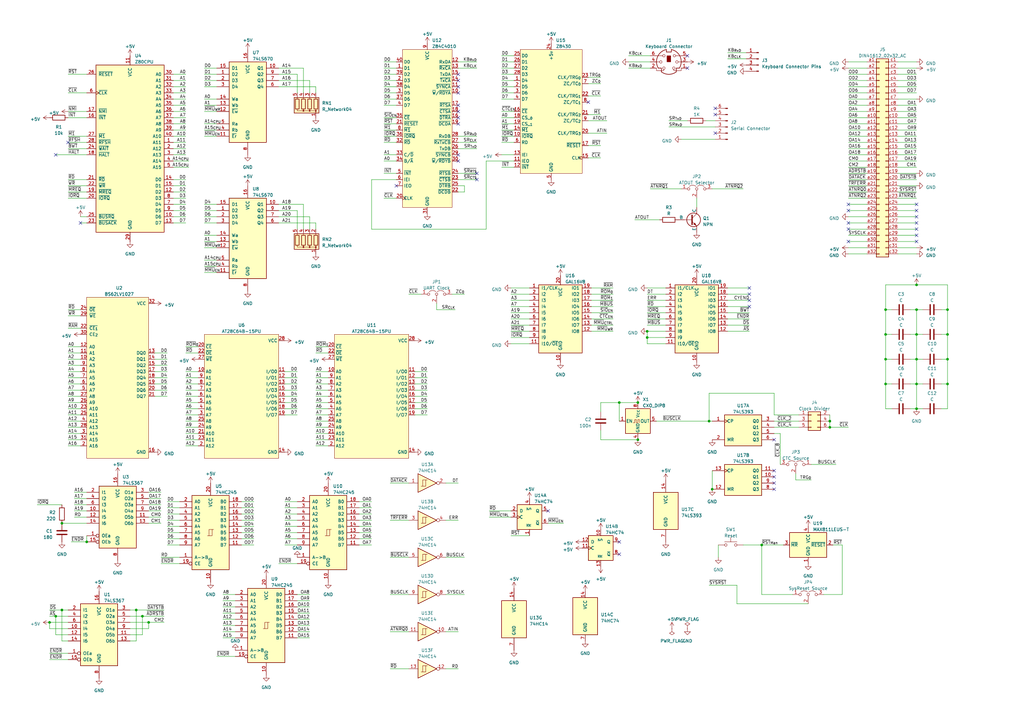
<source format=kicad_sch>
(kicad_sch (version 20230121) (generator eeschema)
  (paper "A3")
  (junction (at 55.88 250.19))
  (junction (at 375.92 167.64))
  (junction (at 25.4 250.19))
  (junction (at 375.92 116.84))
  (junction (at 261.62 165.1))
  (junction (at 375.92 147.32))
  (junction (at 363.22 137.16))
  (junction (at 388.62 157.48))
  (junction (at 375.92 157.48))
  (junction (at 363.22 147.32))
  (junction (at 265.43 138.43))
  (junction (at 375.92 127))
  (junction (at 20.32 255.27))
  (junction (at 25.4 214.63))
  (junction (at 22.86 252.73))
  (junction (at 60.96 255.27))
  (junction (at 35.56 222.25))
  (junction (at 254 165.1))
  (junction (at 363.22 157.48))
  (junction (at 265.43 135.89))
  (junction (at 290.83 172.72))
  (junction (at 340.36 172.72))
  (junction (at 388.62 127))
  (junction (at 375.92 137.16))
  (junction (at 363.22 127))
  (junction (at 340.36 175.26))
  (junction (at 388.62 147.32))
  (junction (at 261.62 180.34))
  (junction (at 388.62 137.16))
  (junction (at 312.42 223.52))
  (junction (at 58.42 252.73))
  (junction (at 292.1 200.66))
  (no_connect (at 187.96 35.56))
  (no_connect (at 347.98 99.06))
  (no_connect (at 187.96 66.04))
  (no_connect (at 224.79 209.55))
  (no_connect (at 187.96 50.8))
  (no_connect (at 187.96 38.1))
  (no_connect (at 347.98 83.82))
  (no_connect (at 317.5 193.04))
  (no_connect (at 375.92 88.9))
  (no_connect (at 347.98 93.98))
  (no_connect (at 293.37 44.45))
  (no_connect (at 375.92 91.44))
  (no_connect (at 307.34 123.19))
  (no_connect (at 241.3 41.91))
  (no_connect (at 347.98 91.44))
  (no_connect (at 22.86 63.5))
  (no_connect (at 254 222.25))
  (no_connect (at 187.96 33.02))
  (no_connect (at 33.02 91.44))
  (no_connect (at 317.5 198.12))
  (no_connect (at 187.96 48.26))
  (no_connect (at 187.96 30.48))
  (no_connect (at 187.96 45.72))
  (no_connect (at 375.92 93.98))
  (no_connect (at 307.34 118.11))
  (no_connect (at 375.92 99.06))
  (no_connect (at 347.98 86.36))
  (no_connect (at 187.96 43.18))
  (no_connect (at 293.37 54.61))
  (no_connect (at 195.58 73.66))
  (no_connect (at 281.94 27.94))
  (no_connect (at 317.5 195.58))
  (no_connect (at 254 227.33))
  (no_connect (at 375.92 86.36))
  (no_connect (at 162.56 76.2))
  (no_connect (at 375.92 83.82))
  (no_connect (at 281.94 22.86))
  (no_connect (at 187.96 63.5))
  (no_connect (at 375.92 96.52))
  (no_connect (at 317.5 180.34))
  (no_connect (at 195.58 71.12))
  (no_connect (at 307.34 120.65))
  (no_connect (at 317.5 200.66))
  (no_connect (at 27.94 58.42))
  (no_connect (at 293.37 46.99))
  (no_connect (at 307.34 125.73))
  (wire (pts (xy 241.3 46.99) (xy 246.38 46.99)))
  (wire (pts (xy 88.9 269.24) (xy 96.52 269.24)))
  (wire (pts (xy 242.57 120.65) (xy 251.46 120.65)))
  (wire (pts (xy 347.98 63.5) (xy 355.6 63.5)))
  (wire (pts (xy 27.94 30.48) (xy 35.56 30.48)))
  (wire (pts (xy 114.3 91.44) (xy 129.54 91.44)))
  (wire (pts (xy 326.39 194.31) (xy 326.39 196.85)))
  (wire (pts (xy 129.54 154.94) (xy 134.62 154.94)))
  (wire (pts (xy 20.32 255.27) (xy 27.94 255.27)))
  (wire (pts (xy 388.62 157.48) (xy 386.08 157.48)))
  (wire (pts (xy 388.62 127) (xy 388.62 137.16)))
  (wire (pts (xy 298.45 128.27) (xy 307.34 128.27)))
  (wire (pts (xy 27.94 170.18) (xy 33.02 170.18)))
  (wire (pts (xy 368.3 30.48) (xy 375.92 30.48)))
  (wire (pts (xy 30.48 204.47) (xy 35.56 204.47)))
  (wire (pts (xy 76.2 165.1) (xy 81.28 165.1)))
  (wire (pts (xy 157.48 50.8) (xy 162.56 50.8)))
  (wire (pts (xy 241.3 59.69) (xy 246.38 59.69)))
  (wire (pts (xy 368.3 68.58) (xy 375.92 68.58)))
  (wire (pts (xy 53.34 260.35) (xy 58.42 260.35)))
  (wire (pts (xy 129.54 160.02) (xy 134.62 160.02)))
  (wire (pts (xy 347.98 68.58) (xy 355.6 68.58)))
  (wire (pts (xy 129.54 142.24) (xy 134.62 142.24)))
  (wire (pts (xy 71.12 60.96) (xy 76.2 60.96)))
  (wire (pts (xy 114.3 88.9) (xy 127 88.9)))
  (wire (pts (xy 76.2 180.34) (xy 81.28 180.34)))
  (wire (pts (xy 152.4 73.66) (xy 162.56 73.66)))
  (wire (pts (xy 68.58 223.52) (xy 73.66 223.52)))
  (wire (pts (xy 347.98 78.74) (xy 355.6 78.74)))
  (wire (pts (xy 347.98 45.72) (xy 355.6 45.72)))
  (wire (pts (xy 290.83 161.29) (xy 290.83 172.72)))
  (wire (pts (xy 66.04 228.6) (xy 73.66 228.6)))
  (wire (pts (xy 124.46 27.94) (xy 124.46 38.1)))
  (wire (pts (xy 129.54 144.78) (xy 134.62 144.78)))
  (wire (pts (xy 209.55 120.65) (xy 217.17 120.65)))
  (wire (pts (xy 68.58 220.98) (xy 73.66 220.98)))
  (wire (pts (xy 368.3 33.02) (xy 375.92 33.02)))
  (wire (pts (xy 27.94 58.42) (xy 35.56 58.42)))
  (wire (pts (xy 205.74 58.42) (xy 210.82 58.42)))
  (wire (pts (xy 241.3 54.61) (xy 248.92 54.61)))
  (wire (pts (xy 27.94 73.66) (xy 35.56 73.66)))
  (wire (pts (xy 368.3 99.06) (xy 375.92 99.06)))
  (wire (pts (xy 116.84 205.74) (xy 121.92 205.74)))
  (wire (pts (xy 200.66 212.09) (xy 209.55 212.09)))
  (wire (pts (xy 116.84 210.82) (xy 121.92 210.82)))
  (wire (pts (xy 83.82 40.64) (xy 88.9 40.64)))
  (wire (pts (xy 375.92 147.32) (xy 375.92 157.48)))
  (wire (pts (xy 274.32 52.07) (xy 293.37 52.07)))
  (wire (pts (xy 182.88 259.08) (xy 187.96 259.08)))
  (wire (pts (xy 71.12 76.2) (xy 76.2 76.2)))
  (wire (pts (xy 242.57 130.81) (xy 251.46 130.81)))
  (wire (pts (xy 71.12 35.56) (xy 76.2 35.56)))
  (wire (pts (xy 27.94 180.34) (xy 33.02 180.34)))
  (wire (pts (xy 121.92 259.08) (xy 127 259.08)))
  (wire (pts (xy 27.94 81.28) (xy 35.56 81.28)))
  (wire (pts (xy 27.94 165.1) (xy 33.02 165.1)))
  (wire (pts (xy 33.02 91.44) (xy 35.56 91.44)))
  (wire (pts (xy 368.3 60.96) (xy 375.92 60.96)))
  (wire (pts (xy 157.48 55.88) (xy 162.56 55.88)))
  (wire (pts (xy 20.32 270.51) (xy 27.94 270.51)))
  (wire (pts (xy 76.2 162.56) (xy 81.28 162.56)))
  (wire (pts (xy 182.88 213.36) (xy 187.96 213.36)))
  (wire (pts (xy 99.06 220.98) (xy 104.14 220.98)))
  (wire (pts (xy 347.98 53.34) (xy 355.6 53.34)))
  (wire (pts (xy 187.96 25.4) (xy 195.58 25.4)))
  (wire (pts (xy 317.5 161.29) (xy 317.5 170.18)))
  (wire (pts (xy 147.32 208.28) (xy 152.4 208.28)))
  (wire (pts (xy 241.3 64.77) (xy 246.38 64.77)))
  (wire (pts (xy 170.18 167.64) (xy 175.26 167.64)))
  (wire (pts (xy 368.3 35.56) (xy 375.92 35.56)))
  (wire (pts (xy 209.55 133.35) (xy 217.17 133.35)))
  (wire (pts (xy 375.92 157.48) (xy 375.92 167.64)))
  (wire (pts (xy 187.96 60.96) (xy 195.58 60.96)))
  (wire (pts (xy 368.3 63.5) (xy 375.92 63.5)))
  (wire (pts (xy 205.74 45.72) (xy 210.82 45.72)))
  (wire (pts (xy 71.12 53.34) (xy 76.2 53.34)))
  (wire (pts (xy 157.48 63.5) (xy 162.56 63.5)))
  (wire (pts (xy 200.66 209.55) (xy 209.55 209.55)))
  (wire (pts (xy 363.22 127) (xy 365.76 127)))
  (wire (pts (xy 363.22 147.32) (xy 365.76 147.32)))
  (wire (pts (xy 246.38 165.1) (xy 254 165.1)))
  (wire (pts (xy 265.43 118.11) (xy 273.05 118.11)))
  (wire (pts (xy 58.42 252.73) (xy 58.42 260.35)))
  (wire (pts (xy 116.84 213.36) (xy 121.92 213.36)))
  (wire (pts (xy 33.02 88.9) (xy 35.56 88.9)))
  (wire (pts (xy 285.75 81.28) (xy 285.75 85.09)))
  (wire (pts (xy 27.94 127) (xy 33.02 127)))
  (wire (pts (xy 121.92 254) (xy 127 254)))
  (wire (pts (xy 60.96 207.01) (xy 66.04 207.01)))
  (wire (pts (xy 342.9 190.5) (xy 332.74 190.5)))
  (wire (pts (xy 116.84 220.98) (xy 121.92 220.98)))
  (wire (pts (xy 116.84 215.9) (xy 121.92 215.9)))
  (wire (pts (xy 121.92 243.84) (xy 127 243.84)))
  (wire (pts (xy 30.48 207.01) (xy 35.56 207.01)))
  (wire (pts (xy 363.22 157.48) (xy 363.22 147.32)))
  (wire (pts (xy 317.5 172.72) (xy 327.66 172.72)))
  (wire (pts (xy 375.92 137.16) (xy 378.46 137.16)))
  (wire (pts (xy 317.5 170.18) (xy 327.66 170.18)))
  (wire (pts (xy 242.57 135.89) (xy 251.46 135.89)))
  (wire (pts (xy 363.22 147.32) (xy 363.22 137.16)))
  (wire (pts (xy 76.2 144.78) (xy 81.28 144.78)))
  (wire (pts (xy 347.98 25.4) (xy 355.6 25.4)))
  (wire (pts (xy 363.22 137.16) (xy 365.76 137.16)))
  (wire (pts (xy 368.3 71.12) (xy 375.92 71.12)))
  (wire (pts (xy 121.92 261.62) (xy 127 261.62)))
  (wire (pts (xy 25.4 214.63) (xy 35.56 214.63)))
  (wire (pts (xy 147.32 218.44) (xy 152.4 218.44)))
  (wire (pts (xy 60.96 204.47) (xy 66.04 204.47)))
  (wire (pts (xy 205.74 30.48) (xy 210.82 30.48)))
  (wire (pts (xy 241.3 39.37) (xy 246.38 39.37)))
  (wire (pts (xy 182.88 274.32) (xy 187.96 274.32)))
  (wire (pts (xy 160.02 228.6) (xy 167.64 228.6)))
  (wire (pts (xy 254 165.1) (xy 261.62 165.1)))
  (wire (pts (xy 292.1 77.47) (xy 304.8 77.47)))
  (wire (pts (xy 91.44 261.62) (xy 96.52 261.62)))
  (wire (pts (xy 99.06 208.28) (xy 104.14 208.28)))
  (wire (pts (xy 121.92 30.48) (xy 121.92 38.1)))
  (wire (pts (xy 25.4 262.89) (xy 27.94 262.89)))
  (wire (pts (xy 116.84 167.64) (xy 121.92 167.64)))
  (wire (pts (xy 160.02 198.12) (xy 167.64 198.12)))
  (wire (pts (xy 373.38 127) (xy 375.92 127)))
  (wire (pts (xy 53.34 262.89) (xy 55.88 262.89)))
  (wire (pts (xy 83.82 35.56) (xy 88.9 35.56)))
  (wire (pts (xy 35.56 219.71) (xy 35.56 222.25)))
  (wire (pts (xy 60.96 255.27) (xy 60.96 257.81)))
  (wire (pts (xy 265.43 125.73) (xy 273.05 125.73)))
  (wire (pts (xy 265.43 130.81) (xy 273.05 130.81)))
  (wire (pts (xy 71.12 81.28) (xy 76.2 81.28)))
  (wire (pts (xy 129.54 157.48) (xy 134.62 157.48)))
  (wire (pts (xy 347.98 91.44) (xy 355.6 91.44)))
  (wire (pts (xy 298.45 24.13) (xy 306.07 24.13)))
  (wire (pts (xy 347.98 88.9) (xy 355.6 88.9)))
  (wire (pts (xy 76.2 172.72) (xy 81.28 172.72)))
  (wire (pts (xy 265.43 135.89) (xy 265.43 138.43)))
  (wire (pts (xy 76.2 152.4) (xy 81.28 152.4)))
  (wire (pts (xy 114.3 30.48) (xy 121.92 30.48)))
  (wire (pts (xy 368.3 45.72) (xy 375.92 45.72)))
  (wire (pts (xy 147.32 215.9) (xy 152.4 215.9)))
  (wire (pts (xy 27.94 76.2) (xy 35.56 76.2)))
  (wire (pts (xy 375.92 167.64) (xy 378.46 167.64)))
  (wire (pts (xy 209.55 125.73) (xy 217.17 125.73)))
  (wire (pts (xy 147.32 213.36) (xy 152.4 213.36)))
  (wire (pts (xy 269.24 172.72) (xy 290.83 172.72)))
  (wire (pts (xy 76.2 177.8) (xy 81.28 177.8)))
  (wire (pts (xy 170.18 170.18) (xy 175.26 170.18)))
  (wire (pts (xy 347.98 43.18) (xy 355.6 43.18)))
  (wire (pts (xy 274.32 49.53) (xy 281.94 49.53)))
  (wire (pts (xy 304.8 223.52) (xy 312.42 223.52)))
  (wire (pts (xy 347.98 101.6) (xy 355.6 101.6)))
  (wire (pts (xy 170.18 165.1) (xy 175.26 165.1)))
  (wire (pts (xy 368.3 81.28) (xy 375.92 81.28)))
  (wire (pts (xy 71.12 40.64) (xy 76.2 40.64)))
  (wire (pts (xy 63.5 144.78) (xy 68.58 144.78)))
  (wire (pts (xy 347.98 40.64) (xy 355.6 40.64)))
  (wire (pts (xy 27.94 182.88) (xy 33.02 182.88)))
  (wire (pts (xy 91.44 256.54) (xy 96.52 256.54)))
  (wire (pts (xy 30.48 201.93) (xy 35.56 201.93)))
  (wire (pts (xy 265.43 138.43) (xy 273.05 138.43)))
  (wire (pts (xy 373.38 157.48) (xy 375.92 157.48)))
  (wire (pts (xy 121.92 248.92) (xy 127 248.92)))
  (wire (pts (xy 363.22 137.16) (xy 363.22 127)))
  (wire (pts (xy 22.86 252.73) (xy 22.86 260.35)))
  (wire (pts (xy 129.54 175.26) (xy 134.62 175.26)))
  (wire (pts (xy 368.3 38.1) (xy 375.92 38.1)))
  (wire (pts (xy 347.98 86.36) (xy 355.6 86.36)))
  (wire (pts (xy 99.06 218.44) (xy 104.14 218.44)))
  (wire (pts (xy 182.88 198.12) (xy 187.96 198.12)))
  (wire (pts (xy 205.74 50.8) (xy 210.82 50.8)))
  (wire (pts (xy 116.84 160.02) (xy 121.92 160.02)))
  (wire (pts (xy 99.06 205.74) (xy 104.14 205.74)))
  (wire (pts (xy 60.96 255.27) (xy 67.31 255.27)))
  (wire (pts (xy 83.82 96.52) (xy 88.9 96.52)))
  (wire (pts (xy 147.32 223.52) (xy 152.4 223.52)))
  (wire (pts (xy 347.98 71.12) (xy 355.6 71.12)))
  (wire (pts (xy 224.79 214.63) (xy 231.14 214.63)))
  (wire (pts (xy 347.98 73.66) (xy 355.6 73.66)))
  (wire (pts (xy 58.42 252.73) (xy 67.31 252.73)))
  (wire (pts (xy 83.82 109.22) (xy 88.9 109.22)))
  (wire (pts (xy 68.58 213.36) (xy 73.66 213.36)))
  (wire (pts (xy 83.82 50.8) (xy 88.9 50.8)))
  (wire (pts (xy 326.39 196.85) (xy 332.74 196.85)))
  (wire (pts (xy 157.48 71.12) (xy 162.56 71.12)))
  (wire (pts (xy 114.3 83.82) (xy 124.46 83.82)))
  (wire (pts (xy 368.3 50.8) (xy 375.92 50.8)))
  (wire (pts (xy 114.3 33.02) (xy 127 33.02)))
  (wire (pts (xy 375.92 137.16) (xy 375.92 147.32)))
  (wire (pts (xy 83.82 99.06) (xy 88.9 99.06)))
  (wire (pts (xy 129.54 165.1) (xy 134.62 165.1)))
  (wire (pts (xy 187.96 58.42) (xy 195.58 58.42)))
  (wire (pts (xy 91.44 254) (xy 96.52 254)))
  (wire (pts (xy 83.82 86.36) (xy 88.9 86.36)))
  (wire (pts (xy 182.88 228.6) (xy 190.5 228.6)))
  (wire (pts (xy 63.5 149.86) (xy 68.58 149.86)))
  (wire (pts (xy 345.44 243.84) (xy 337.82 243.84)))
  (wire (pts (xy 199.39 93.98) (xy 152.4 93.98)))
  (wire (pts (xy 317.5 177.8) (xy 320.04 177.8)))
  (wire (pts (xy 312.42 243.84) (xy 312.42 223.52)))
  (wire (pts (xy 157.48 35.56) (xy 162.56 35.56)))
  (wire (pts (xy 63.5 160.02) (xy 68.58 160.02)))
  (wire (pts (xy 368.3 78.74) (xy 375.92 78.74)))
  (wire (pts (xy 298.45 130.81) (xy 307.34 130.81)))
  (wire (pts (xy 347.98 76.2) (xy 355.6 76.2)))
  (wire (pts (xy 129.54 170.18) (xy 134.62 170.18)))
  (wire (pts (xy 157.48 25.4) (xy 162.56 25.4)))
  (wire (pts (xy 317.5 175.26) (xy 327.66 175.26)))
  (wire (pts (xy 129.54 182.88) (xy 134.62 182.88)))
  (wire (pts (xy 71.12 30.48) (xy 76.2 30.48)))
  (wire (pts (xy 27.94 167.64) (xy 33.02 167.64)))
  (wire (pts (xy 83.82 111.76) (xy 88.9 111.76)))
  (wire (pts (xy 27.94 55.88) (xy 35.56 55.88)))
  (wire (pts (xy 53.34 252.73) (xy 58.42 252.73)))
  (wire (pts (xy 265.43 120.65) (xy 273.05 120.65)))
  (wire (pts (xy 129.54 162.56) (xy 134.62 162.56)))
  (wire (pts (xy 179.07 124.46) (xy 179.07 127)))
  (wire (pts (xy 388.62 137.16) (xy 388.62 147.32)))
  (wire (pts (xy 167.64 120.65) (xy 172.72 120.65)))
  (wire (pts (xy 157.48 48.26) (xy 162.56 48.26)))
  (wire (pts (xy 68.58 205.74) (xy 73.66 205.74)))
  (wire (pts (xy 205.74 25.4) (xy 210.82 25.4)))
  (wire (pts (xy 71.12 50.8) (xy 76.2 50.8)))
  (wire (pts (xy 20.32 250.19) (xy 25.4 250.19)))
  (wire (pts (xy 63.5 162.56) (xy 68.58 162.56)))
  (wire (pts (xy 347.98 81.28) (xy 355.6 81.28)))
  (wire (pts (xy 55.88 250.19) (xy 67.31 250.19)))
  (wire (pts (xy 368.3 76.2) (xy 375.92 76.2)))
  (wire (pts (xy 63.5 157.48) (xy 68.58 157.48)))
  (wire (pts (xy 160.02 274.32) (xy 167.64 274.32)))
  (wire (pts (xy 124.46 83.82) (xy 124.46 93.98)))
  (wire (pts (xy 266.7 77.47) (xy 279.4 77.47)))
  (wire (pts (xy 320.04 177.8) (xy 320.04 190.5)))
  (wire (pts (xy 347.98 38.1) (xy 355.6 38.1)))
  (wire (pts (xy 25.4 250.19) (xy 27.94 250.19)))
  (wire (pts (xy 298.45 118.11) (xy 307.34 118.11)))
  (wire (pts (xy 347.98 50.8) (xy 355.6 50.8)))
  (wire (pts (xy 76.2 160.02) (xy 81.28 160.02)))
  (wire (pts (xy 363.22 116.84) (xy 375.92 116.84)))
  (wire (pts (xy 114.3 231.14) (xy 121.92 231.14)))
  (wire (pts (xy 363.22 127) (xy 363.22 116.84)))
  (wire (pts (xy 71.12 48.26) (xy 76.2 48.26)))
  (wire (pts (xy 71.12 73.66) (xy 76.2 73.66)))
  (wire (pts (xy 298.45 21.59) (xy 306.07 21.59)))
  (wire (pts (xy 388.62 116.84) (xy 388.62 127)))
  (wire (pts (xy 116.84 154.94) (xy 121.92 154.94)))
  (wire (pts (xy 246.38 168.91) (xy 246.38 165.1)))
  (wire (pts (xy 209.55 219.71) (xy 217.17 219.71)))
  (wire (pts (xy 170.18 162.56) (xy 175.26 162.56)))
  (wire (pts (xy 116.84 165.1) (xy 121.92 165.1)))
  (wire (pts (xy 363.22 167.64) (xy 365.76 167.64)))
  (wire (pts (xy 30.48 209.55) (xy 35.56 209.55)))
  (wire (pts (xy 368.3 58.42) (xy 375.92 58.42)))
  (wire (pts (xy 368.3 43.18) (xy 375.92 43.18)))
  (wire (pts (xy 205.74 38.1) (xy 210.82 38.1)))
  (wire (pts (xy 363.22 157.48) (xy 365.76 157.48)))
  (wire (pts (xy 71.12 86.36) (xy 76.2 86.36)))
  (wire (pts (xy 375.92 25.4) (xy 368.3 25.4)))
  (wire (pts (xy 91.44 248.92) (xy 96.52 248.92)))
  (wire (pts (xy 292.1 193.04) (xy 292.1 200.66)))
  (wire (pts (xy 345.44 223.52) (xy 345.44 243.84)))
  (wire (pts (xy 83.82 53.34) (xy 88.9 53.34)))
  (wire (pts (xy 242.57 128.27) (xy 251.46 128.27)))
  (wire (pts (xy 152.4 93.98) (xy 152.4 73.66)))
  (wire (pts (xy 205.74 33.02) (xy 210.82 33.02)))
  (wire (pts (xy 27.94 45.72) (xy 35.56 45.72)))
  (wire (pts (xy 27.94 60.96) (xy 35.56 60.96)))
  (wire (pts (xy 22.86 63.5) (xy 35.56 63.5)))
  (wire (pts (xy 60.96 201.93) (xy 66.04 201.93)))
  (wire (pts (xy 179.07 127) (xy 186.69 127)))
  (wire (pts (xy 53.34 250.19) (xy 55.88 250.19)))
  (wire (pts (xy 187.96 76.2) (xy 190.5 76.2)))
  (wire (pts (xy 129.54 152.4) (xy 134.62 152.4)))
  (wire (pts (xy 187.96 73.66) (xy 195.58 73.66)))
  (wire (pts (xy 27.94 147.32) (xy 33.02 147.32)))
  (wire (pts (xy 205.74 27.94) (xy 210.82 27.94)))
  (wire (pts (xy 375.92 116.84) (xy 388.62 116.84)))
  (wire (pts (xy 71.12 78.74) (xy 76.2 78.74)))
  (wire (pts (xy 83.82 30.48) (xy 88.9 30.48)))
  (wire (pts (xy 116.84 162.56) (xy 121.92 162.56)))
  (wire (pts (xy 388.62 167.64) (xy 386.08 167.64)))
  (wire (pts (xy 27.94 78.74) (xy 35.56 78.74)))
  (wire (pts (xy 71.12 33.02) (xy 76.2 33.02)))
  (wire (pts (xy 254 165.1) (xy 254 172.72)))
  (wire (pts (xy 265.43 138.43) (xy 265.43 140.97)))
  (wire (pts (xy 147.32 205.74) (xy 152.4 205.74)))
  (wire (pts (xy 347.98 83.82) (xy 355.6 83.82)))
  (wire (pts (xy 99.06 213.36) (xy 104.14 213.36)))
  (wire (pts (xy 157.48 66.04) (xy 162.56 66.04)))
  (wire (pts (xy 71.12 43.18) (xy 76.2 43.18)))
  (wire (pts (xy 368.3 88.9) (xy 375.92 88.9)))
  (wire (pts (xy 340.36 175.26) (xy 347.98 175.26)))
  (wire (pts (xy 347.98 30.48) (xy 355.6 30.48)))
  (wire (pts (xy 388.62 147.32) (xy 386.08 147.32)))
  (wire (pts (xy 66.04 231.14) (xy 73.66 231.14)))
  (wire (pts (xy 265.43 123.19) (xy 273.05 123.19)))
  (wire (pts (xy 368.3 91.44) (xy 375.92 91.44)))
  (wire (pts (xy 368.3 48.26) (xy 375.92 48.26)))
  (wire (pts (xy 368.3 66.04) (xy 375.92 66.04)))
  (wire (pts (xy 60.96 212.09) (xy 66.04 212.09)))
  (wire (pts (xy 279.4 57.15) (xy 293.37 57.15)))
  (wire (pts (xy 368.3 73.66) (xy 375.92 73.66)))
  (wire (pts (xy 83.82 88.9) (xy 88.9 88.9)))
  (wire (pts (xy 388.62 157.48) (xy 388.62 167.64)))
  (wire (pts (xy 347.98 58.42) (xy 355.6 58.42)))
  (wire (pts (xy 375.92 127) (xy 378.46 127)))
  (wire (pts (xy 298.45 135.89) (xy 307.34 135.89)))
  (wire (pts (xy 68.58 215.9) (xy 73.66 215.9)))
  (wire (pts (xy 363.22 167.64) (xy 363.22 157.48)))
  (wire (pts (xy 71.12 45.72) (xy 76.2 45.72)))
  (wire (pts (xy 63.5 147.32) (xy 68.58 147.32)))
  (wire (pts (xy 27.94 172.72) (xy 33.02 172.72)))
  (wire (pts (xy 116.84 223.52) (xy 121.92 223.52)))
  (wire (pts (xy 368.3 86.36) (xy 375.92 86.36)))
  (wire (pts (xy 91.44 259.08) (xy 96.52 259.08)))
  (wire (pts (xy 375.92 147.32) (xy 378.46 147.32)))
  (wire (pts (xy 347.98 99.06) (xy 355.6 99.06)))
  (wire (pts (xy 190.5 76.2) (xy 190.5 78.74)))
  (wire (pts (xy 302.26 247.65) (xy 302.26 240.03)))
  (wire (pts (xy 83.82 106.68) (xy 88.9 106.68)))
  (wire (pts (xy 127 33.02) (xy 127 38.1)))
  (wire (pts (xy 157.48 81.28) (xy 162.56 81.28)))
  (wire (pts (xy 116.84 208.28) (xy 121.92 208.28)))
  (wire (pts (xy 91.44 246.38) (xy 96.52 246.38)))
  (wire (pts (xy 170.18 154.94) (xy 175.26 154.94)))
  (wire (pts (xy 114.3 27.94) (xy 124.46 27.94)))
  (wire (pts (xy 157.48 33.02) (xy 162.56 33.02)))
  (wire (pts (xy 71.12 38.1) (xy 76.2 38.1)))
  (wire (pts (xy 15.24 207.01) (xy 25.4 207.01)))
  (wire (pts (xy 205.74 40.64) (xy 210.82 40.64)))
  (wire (pts (xy 71.12 83.82) (xy 76.2 83.82)))
  (wire (pts (xy 157.48 43.18) (xy 162.56 43.18)))
  (wire (pts (xy 241.3 34.29) (xy 246.38 34.29)))
  (wire (pts (xy 20.32 255.27) (xy 20.32 257.81)))
  (wire (pts (xy 298.45 120.65) (xy 307.34 120.65)))
  (wire (pts (xy 388.62 147.32) (xy 388.62 157.48)))
  (wire (pts (xy 205.74 22.86) (xy 210.82 22.86)))
  (wire (pts (xy 368.3 55.88) (xy 375.92 55.88)))
  (wire (pts (xy 27.94 154.94) (xy 33.02 154.94)))
  (wire (pts (xy 187.96 71.12) (xy 195.58 71.12)))
  (wire (pts (xy 129.54 180.34) (xy 134.62 180.34)))
  (wire (pts (xy 257.81 27.94) (xy 266.7 27.94)))
  (wire (pts (xy 129.54 167.64) (xy 134.62 167.64)))
  (wire (pts (xy 209.55 128.27) (xy 217.17 128.27)))
  (wire (pts (xy 261.62 180.34) (xy 246.38 180.34)))
  (wire (pts (xy 160.02 243.84) (xy 167.64 243.84)))
  (wire (pts (xy 373.38 137.16) (xy 375.92 137.16)))
  (wire (pts (xy 22.86 252.73) (xy 27.94 252.73)))
  (wire (pts (xy 347.98 104.14) (xy 355.6 104.14)))
  (wire (pts (xy 27.94 157.48) (xy 33.02 157.48)))
  (wire (pts (xy 157.48 38.1) (xy 162.56 38.1)))
  (wire (pts (xy 157.48 30.48) (xy 162.56 30.48)))
  (wire (pts (xy 347.98 60.96) (xy 355.6 60.96)))
  (wire (pts (xy 347.98 93.98) (xy 355.6 93.98)))
  (wire (pts (xy 246.38 180.34) (xy 246.38 176.53)))
  (wire (pts (xy 347.98 96.52) (xy 355.6 96.52)))
  (wire (pts (xy 71.12 55.88) (xy 76.2 55.88)))
  (wire (pts (xy 241.3 31.75) (xy 246.38 31.75)))
  (wire (pts (xy 27.94 129.54) (xy 33.02 129.54)))
  (wire (pts (xy 71.12 66.04) (xy 77.47 66.04)))
  (wire (pts (xy 199.39 66.04) (xy 199.39 93.98)))
  (wire (pts (xy 68.58 210.82) (xy 73.66 210.82)))
  (wire (pts (xy 388.62 137.16) (xy 386.08 137.16)))
  (wire (pts (xy 187.96 55.88) (xy 195.58 55.88)))
  (wire (pts (xy 265.43 133.35) (xy 273.05 133.35)))
  (wire (pts (xy 209.55 135.89) (xy 217.17 135.89)))
  (wire (pts (xy 71.12 63.5) (xy 76.2 63.5)))
  (wire (pts (xy 76.2 175.26) (xy 81.28 175.26)))
  (wire (pts (xy 29.21 222.25) (xy 35.56 222.25)))
  (wire (pts (xy 55.88 250.19) (xy 55.88 262.89)))
  (wire (pts (xy 116.84 152.4) (xy 121.92 152.4)))
  (wire (pts (xy 129.54 91.44) (xy 129.54 93.98)))
  (wire (pts (xy 290.83 172.72) (xy 292.1 172.72)))
  (wire (pts (xy 298.45 133.35) (xy 307.34 133.35)))
  (wire (pts (xy 53.34 255.27) (xy 60.96 255.27)))
  (wire (pts (xy 373.38 167.64) (xy 375.92 167.64)))
  (wire (pts (xy 157.48 58.42) (xy 162.56 58.42)))
  (wire (pts (xy 27.94 144.78) (xy 33.02 144.78)))
  (wire (pts (xy 289.56 49.53) (xy 293.37 49.53)))
  (wire (pts (xy 27.94 149.86) (xy 33.02 149.86)))
  (wire (pts (xy 209.55 130.81) (xy 217.17 130.81)))
  (wire (pts (xy 209.55 140.97) (xy 217.17 140.97)))
  (wire (pts (xy 375.92 40.64) (xy 368.3 40.64)))
  (wire (pts (xy 209.55 123.19) (xy 217.17 123.19)))
  (wire (pts (xy 294.64 223.52) (xy 294.64 228.6)))
  (wire (pts (xy 114.3 35.56) (xy 129.54 35.56)))
  (wire (pts (xy 83.82 43.18) (xy 88.9 43.18)))
  (wire (pts (xy 127 88.9) (xy 127 93.98)))
  (wire (pts (xy 22.86 260.35) (xy 27.94 260.35)))
  (wire (pts (xy 83.82 33.02) (xy 88.9 33.02)))
  (wire (pts (xy 121.92 246.38) (xy 127 246.38)))
  (wire (pts (xy 121.92 256.54) (xy 127 256.54)))
  (wire (pts (xy 157.48 40.64) (xy 162.56 40.64)))
  (wire (pts (xy 83.82 91.44) (xy 88.9 91.44)))
  (wire (pts (xy 182.88 243.84) (xy 190.5 243.84)))
  (wire (pts (xy 325.12 243.84) (xy 312.42 243.84)))
  (wire (pts (xy 205.74 63.5) (xy 210.82 63.5)))
  (wire (pts (xy 347.98 66.04) (xy 355.6 66.04)))
  (wire (pts (xy 27.94 175.26) (xy 33.02 175.26)))
  (wire (pts (xy 76.2 170.18) (xy 81.28 170.18)))
  (wire (pts (xy 205.74 35.56) (xy 210.82 35.56)))
  (wire (pts (xy 242.57 118.11) (xy 251.46 118.11)))
  (wire (pts (xy 20.32 252.73) (xy 22.86 252.73)))
  (wire (pts (xy 71.12 88.9) (xy 76.2 88.9)))
  (wire (pts (xy 27.94 177.8) (xy 33.02 177.8)))
  (wire (pts (xy 185.42 120.65) (xy 190.5 120.65)))
  (wire (pts (xy 129.54 172.72) (xy 134.62 172.72)))
  (wire (pts (xy 347.98 48.26) (xy 355.6 48.26)))
  (wire (pts (xy 27.94 48.26) (xy 35.56 48.26)))
  (wire (pts (xy 25.4 250.19) (xy 25.4 262.89)))
  (wire (pts (xy 116.84 157.48) (xy 121.92 157.48)))
  (wire (pts (xy 290.83 240.03) (xy 302.26 240.03)))
  (wire (pts (xy 27.94 142.24) (xy 33.02 142.24)))
  (wire (pts (xy 368.3 104.14) (xy 375.92 104.14)))
  (wire (pts (xy 242.57 133.35) (xy 251.46 133.35)))
  (wire (pts (xy 298.45 125.73) (xy 307.34 125.73)))
  (wire (pts (xy 205.74 48.26) (xy 210.82 48.26)))
  (wire (pts (xy 242.57 123.19) (xy 251.46 123.19)))
  (wire (pts (xy 368.3 27.94) (xy 375.92 27.94)))
  (wire (pts (xy 373.38 147.32) (xy 375.92 147.32)))
  (wire (pts (xy 99.06 223.52) (xy 104.14 223.52)))
  (wire (pts (xy 290.83 161.29) (xy 317.5 161.29)))
  (wire (pts (xy 20.32 267.97) (xy 27.94 267.97)))
  (wire (pts (xy 340.36 172.72) (xy 340.36 175.26)))
  (wire (pts (xy 76.2 157.48) (xy 81.28 157.48)))
  (wire (pts (xy 257.81 25.4) (xy 266.7 25.4)))
  (wire (pts (xy 347.98 35.56) (xy 355.6 35.56)))
  (wire (pts (xy 91.44 251.46) (xy 96.52 251.46)))
  (wire (pts (xy 347.98 55.88) (xy 355.6 55.88)))
  (wire (pts (xy 27.94 134.62) (xy 33.02 134.62)))
  (wire (pts (xy 347.98 27.94) (xy 355.6 27.94)))
  (wire (pts (xy 83.82 83.82) (xy 88.9 83.82)))
  (wire (pts (xy 83.82 55.88) (xy 88.9 55.88)))
  (wire (pts (xy 209.55 138.43) (xy 217.17 138.43)))
  (wire (pts (xy 265.43 140.97) (xy 273.05 140.97)))
  (wire (pts (xy 368.3 93.98) (xy 375.92 93.98)))
  (wire (pts (xy 129.54 35.56) (xy 129.54 38.1)))
  (wire (pts (xy 375.92 157.48) (xy 378.46 157.48)))
  (wire (pts (xy 53.34 257.81) (xy 60.96 257.81)))
  (wire (pts (xy 76.2 182.88) (xy 81.28 182.88)))
  (wire (pts (xy 116.84 218.44) (xy 121.92 218.44)))
  (wire (pts (xy 257.81 22.86) (xy 266.7 22.86)))
  (wire (pts (xy 331.47 247.65) (xy 302.26 247.65)))
  (wire (pts (xy 27.94 152.4) (xy 33.02 152.4)))
  (wire (pts (xy 190.5 78.74) (xy 187.96 78.74)))
  (wire (pts (xy 298.45 123.19) (xy 307.34 123.19)))
  (wire (pts (xy 60.96 214.63) (xy 66.04 214.63)))
  (wire (pts (xy 170.18 160.02) (xy 175.26 160.02)))
  (wire (pts (xy 63.5 154.94) (xy 68.58 154.94)))
  (wire (pts (xy 157.48 27.94) (xy 162.56 27.94)))
  (wire (pts (xy 375.92 127) (xy 375.92 137.16)))
  (wire (pts (xy 368.3 83.82) (xy 375.92 83.82)))
  (wire (pts (xy 242.57 125.73) (xy 251.46 125.73)))
  (wire (pts (xy 71.12 68.58) (xy 77.47 68.58)))
  (wire (pts (xy 368.3 101.6) (xy 375.92 101.6)))
  (wire (pts (xy 71.12 58.42) (xy 76.2 58.42)))
  (wire (pts (xy 30.48 212.09) (xy 35.56 212.09)))
  (wire (pts (xy 27.94 162.56) (xy 33.02 162.56)))
  (wire (pts (xy 260.35 90.17) (xy 270.51 90.17)))
  (wire (pts (xy 83.82 27.94) (xy 88.9 27.94)))
  (wire (pts (xy 71.12 91.44) (xy 76.2 91.44)))
  (wire (pts (xy 114.3 86.36) (xy 121.92 86.36)))
  (wire (pts (xy 99.06 210.82) (xy 104.14 210.82)))
  (wire (pts (xy 27.94 160.02) (xy 33.02 160.02)))
  (wire (pts (xy 121.92 86.36) (xy 121.92 93.98)))
  (wire (pts (xy 157.48 53.34) (xy 162.56 53.34)))
  (wire (pts (xy 121.92 251.46) (xy 127 251.46)))
  (wire (pts (xy 265.43 128.27) (xy 273.05 128.27)))
  (wire (pts (xy 27.94 38.1) (xy 35.56 38.1)))
  (wire (pts (xy 170.18 157.48) (xy 175.26 157.48)))
  (wire (pts (xy 199.39 66.04) (xy 210.82 66.04)))
  (wire (pts (xy 386.08 127) (xy 388.62 127)))
  (wire (pts (xy 147.32 220.98) (xy 152.4 220.98)))
  (wire (pts (xy 60.96 209.55) (xy 66.04 209.55)))
  (wire (pts (xy 76.2 167.64) (xy 81.28 167.64)))
  (wire (pts (xy 99.06 215.9) (xy 104.14 215.9)))
  (wire (pts (xy 83.82 101.6) (xy 88.9 101.6)))
  (wire (pts (xy 91.44 243.84) (xy 96.52 243.84)))
  (wire (pts (xy 205.74 55.88) (xy 210.82 55.88)))
  (wire (pts (xy 147.32 210.82) (xy 152.4 210.82)))
  (wire (pts (xy 312.42 223.52) (xy 321.31 223.52)))
  (wire (pts (xy 76.2 142.24) (xy 81.28 142.24)))
  (wire (pts (xy 160.02 259.08) (xy 167.64 259.08)))
  (wire (pts (xy 68.58 218.44) (xy 73.66 218.44)))
  (wire (pts (xy 368.3 96.52) (xy 375.92 96.52)))
  (wire (pts (xy 265.43 135.89) (xy 273.05 135.89)))
  (wire (pts (xy 205.74 53.34) (xy 210.82 53.34)))
  (wire (pts (xy 116.84 170.18) (xy 121.92 170.18)))
  (wire (pts (xy 341.63 223.52) (xy 345.44 223.52)))
  (wire (pts (xy 83.82 45.72) (xy 88.9 45.72)))
  (wire (pts (xy 20.32 257.81) (xy 27.94 257.81)))
  (wire (pts (xy 129.54 177.8) (xy 134.62 177.8)))
  (wire (pts (xy 170.18 152.4) (xy 175.26 152.4)))
  (wire (pts (xy 241.3 49.53) (xy 248.92 49.53)))
  (wire (pts (xy 76.2 154.94) (xy 81.28 154.94)))
  (wire (pts (xy 347.98 33.02) (xy 355.6 33.02)))
  (wire (pts (xy 63.5 152.4) (xy 68.58 152.4)))
  (wire (pts (xy 187.96 27.94) (xy 195.58 27.94)))
  (wire (pts (xy 160.02 213.36) (xy 167.64 213.36)))
  (wire (pts (xy 68.58 208.28) (xy 73.66 208.28)))
  (wire (pts (xy 209.55 118.11) (xy 217.17 118.11)))
  (wire (pts (xy 205.74 68.58) (xy 210.82 68.58)))
  (wire (pts (xy 368.3 53.34) (xy 375.92 53.34)))
  (wire (pts (xy 340.36 170.18) (xy 340.36 172.72)))
  (label "~{ENDR}" (at 20.32 267.97 0))
  (label "A8" (at 129.54 172.72 0))
  (label "OA2" (at 347.98 43.18 0))
  (label "A4" (at 129.54 162.56 0))
  (label "A20" (at 119.38 88.9 180))
  (label "~{RST}" (at 345.44 223.52 180))
  (label "DT" (at 187.96 198.12 180))
  (label "~{SR_{RTS}}" (at 195.58 71.12 180))
  (label "D0" (at 68.58 205.74 0))
  (label "D3" (at 175.26 160.02 180))
  (label "A4" (at 27.94 152.4 0))
  (label "~{ENDR}" (at 307.34 130.81 180))
  (label "~{ATNRQ1}" (at 266.7 77.47 0))
  (label "~{MMU}_{CTRL}" (at 200.66 212.09 0))
  (label "OA0" (at 152.4 205.74 180))
  (label "OA5" (at 375.92 48.26 180))
  (label "A12" (at 76.2 182.88 0))
  (label "~{MMU}_{EN}" (at 83.82 55.88 0))
  (label "~{ADRSTB}" (at 67.31 252.73 180))
  (label "A6" (at 76.2 45.72 180))
  (label "A6" (at 116.84 220.98 0))
  (label "OA19" (at 375.92 66.04 180))
  (label "A9" (at 129.54 175.26 0))
  (label "A1" (at 27.94 144.78 0))
  (label "~{BUSCLK}" (at 271.78 172.72 0))
  (label "D1" (at 175.26 154.94 180))
  (label "CYEND" (at 307.34 123.19 180))
  (label "~{ROM}_{1}" (at 251.46 123.19 180))
  (label "D3" (at 68.58 152.4 180))
  (label "A3" (at 76.2 160.02 0))
  (label "OA19" (at 66.04 209.55 180))
  (label "A3" (at 27.94 149.86 0))
  (label "A8" (at 76.2 50.8 180))
  (label "OD0" (at 347.98 30.48 0))
  (label "~{CLK}" (at 246.38 64.77 180))
  (label "~{RD}" (at 76.2 144.78 0))
  (label "SR_{RxD}" (at 274.32 52.07 0))
  (label "OA11" (at 127 251.46 180))
  (label "D5" (at 76.2 86.36 180))
  (label "OA18" (at 66.04 207.01 180))
  (label "D2" (at 76.2 78.74 180))
  (label "D4" (at 175.26 162.56 180))
  (label "A10" (at 76.2 177.8 0))
  (label "~{DS}" (at 20.32 250.19 0))
  (label "D2" (at 175.26 157.48 180))
  (label "OA6" (at 152.4 220.98 180))
  (label "D6" (at 83.82 88.9 0))
  (label "D3" (at 157.48 33.02 0))
  (label "A11" (at 76.2 180.34 0))
  (label "OD6" (at 104.14 220.98 180))
  (label "A0" (at 76.2 30.48 180))
  (label "D3" (at 76.2 81.28 180))
  (label "A15_{CPU}" (at 77.47 68.58 180))
  (label "A9" (at 27.94 165.1 0))
  (label "ZC_{0}" (at 190.5 120.65 180))
  (label "~{ADRSTB}" (at 347.98 71.12 0))
  (label "OA15" (at 127 261.62 180))
  (label "A18" (at 30.48 207.01 0))
  (label "D7" (at 68.58 223.52 0))
  (label "D7" (at 157.48 43.18 0))
  (label "BUSCLK" (at 190.5 228.6 180))
  (label "A11" (at 27.94 170.18 0))
  (label "OA10" (at 127 248.92 180))
  (label "CM0" (at 66.04 212.09 180))
  (label "A1" (at 83.82 43.18 0))
  (label "~{RST}_{Man}" (at 312.42 223.52 0))
  (label "OA9" (at 127 246.38 180))
  (label "~{RD}" (at 200.66 209.55 0))
  (label "A0" (at 116.84 205.74 0))
  (label "~{MMU}_{WR}" (at 83.82 45.72 0))
  (label "~{CLK}" (at 167.64 120.65 0))
  (label "TRG_{0}" (at 246.38 31.75 180))
  (label "OD1" (at 104.14 208.28 180))
  (label "A18" (at 119.38 83.82 180))
  (label "BUSCLK" (at 160.02 243.84 0))
  (label "OA4" (at 152.4 215.9 180))
  (label "A2" (at 76.2 157.48 0))
  (label "A10" (at 76.2 55.88 180))
  (label "D4" (at 76.2 83.82 180))
  (label "~{RFSH}" (at 27.94 58.42 0))
  (label "A0" (at 83.82 96.52 0))
  (label "A5" (at 27.94 154.94 0))
  (label "D6" (at 157.48 40.64 0))
  (label "ZC_{0}" (at 246.38 34.29 180))
  (label "A13" (at 27.94 175.26 0))
  (label "D2" (at 83.82 33.02 0))
  (label "~{WR}" (at 27.94 76.2 0))
  (label "~{CLK}" (at 246.38 39.37 180))
  (label "D0" (at 175.26 152.4 180))
  (label "A4" (at 76.2 40.64 180))
  (label "~{RD}" (at 129.54 144.78 0))
  (label "A14" (at 91.44 259.08 0))
  (label "A6" (at 27.94 157.48 0))
  (label "~{ENDR}" (at 114.3 231.14 0))
  (label "A11" (at 129.54 180.34 0))
  (label "ATOUT" (at 260.35 90.17 0))
  (label "~{IORQ}" (at 27.94 81.28 0))
  (label "D6" (at 175.26 167.64 180))
  (label "A0" (at 83.82 40.64 0))
  (label "A19" (at 119.38 86.36 180))
  (label "~{DATSTB}" (at 375.92 73.66 180))
  (label "D7" (at 68.58 162.56 180))
  (label "KB_{RxD}" (at 298.45 21.59 0))
  (label "~{RD}" (at 27.94 127 0))
  (label "~{M1}" (at 157.48 53.34 0))
  (label "OA15" (at 375.92 60.96 180))
  (label "~{CLK}" (at 347.98 175.26 180))
  (label "TRG_{0}" (at 332.74 196.85 180))
  (label "~{ENDR}" (at 20.32 270.51 0))
  (label "A11" (at 76.2 58.42 180))
  (label "~{INT}" (at 157.48 71.12 0))
  (label "~{IORQ}" (at 15.24 207.01 0))
  (label "OD4" (at 347.98 35.56 0))
  (label "D1" (at 83.82 30.48 0))
  (label "RD" (at 30.48 212.09 0))
  (label "OD3" (at 104.14 213.36 180))
  (label "A10" (at 129.54 177.8 0))
  (label "A17" (at 30.48 204.47 0))
  (label "A0" (at 205.74 48.26 0))
  (label "A1" (at 76.2 154.94 0))
  (label "ATOUT" (at 248.92 49.53 180))
  (label "~{HALT}" (at 27.94 63.5 0))
  (label "~{DATACK}" (at 347.98 73.66 0))
  (label "D6" (at 76.2 88.9 180))
  (label "A15" (at 27.94 180.34 0))
  (label "D5" (at 205.74 35.56 0))
  (label "~{MREQ}" (at 265.43 130.81 0))
  (label "OA12" (at 347.98 55.88 0))
  (label "A15_{CPU}" (at 83.82 109.22 0))
  (label "D1" (at 68.58 208.28 0))
  (label "D5" (at 68.58 157.48 180))
  (label "OD0" (at 104.14 205.74 180))
  (label "~{DATACK}" (at 160.02 198.12 0))
  (label "OA16" (at 66.04 201.93 180))
  (label "A1" (at 129.54 154.94 0))
  (label "OA9" (at 375.92 53.34 180))
  (label "A3" (at 209.55 123.19 0))
  (label "~{CTC}_{EN}" (at 251.46 130.81 180))
  (label "A5" (at 116.84 218.44 0))
  (label "A2" (at 76.2 35.56 180))
  (label "A9" (at 76.2 175.26 0))
  (label "~{ATNRQ2}" (at 304.8 77.47 180))
  (label "SR_{RxD}" (at 195.58 55.88 180))
  (label "A0" (at 129.54 152.4 0))
  (label "A16" (at 27.94 182.88 0))
  (label "~{ENDR}" (at 66.04 231.14 0))
  (label "D4" (at 157.48 35.56 0))
  (label "OA3" (at 375.92 45.72 180))
  (label "A5" (at 76.2 165.1 0))
  (label "~{RD}" (at 265.43 125.73 0))
  (label "A2" (at 129.54 157.48 0))
  (label "CM2" (at 67.31 255.27 180))
  (label "~{MBUS}" (at 265.43 133.35 0))
  (label "BUSCLK" (at 342.9 190.5 180))
  (label "SYSCLK" (at 190.5 243.84 180))
  (label "~{DS}" (at 307.34 133.35 180))
  (label "SR_{TxD}" (at 274.32 49.53 0))
  (label "OD6" (at 347.98 38.1 0))
  (label "A12" (at 129.54 182.88 0))
  (label "OD4" (at 104.14 215.9 180))
  (label "A8" (at 27.94 162.56 0))
  (label "A20" (at 209.55 130.81 0))
  (label "A14_{CPU}" (at 83.82 50.8 0))
  (label "~{CLK_2}" (at 318.77 172.72 0))
  (label "D1" (at 68.58 147.32 180))
  (label "A21" (at 209.55 133.35 0))
  (label "A1" (at 157.48 63.5 0))
  (label "OA3" (at 152.4 213.36 180))
  (label "KB_{RxD}" (at 257.81 27.94 0))
  (label "D5" (at 121.92 165.1 180))
  (label "A12" (at 76.2 60.96 180))
  (label "A14" (at 27.94 177.8 0))
  (label "OA16" (at 347.98 60.96 0))
  (label "~{IORQ}" (at 157.48 55.88 0))
  (label "~{SIO}_{EN}" (at 157.48 48.26 0))
  (label "A19" (at 30.48 209.55 0))
  (label "~{RAM}" (at 27.94 134.62 0))
  (label "A1" (at 116.84 208.28 0))
  (label "~{ENDR}" (at 29.21 222.25 0))
  (label "~{INT}" (at 205.74 68.58 0))
  (label "A15" (at 91.44 261.62 0))
  (label "A3" (at 76.2 38.1 180))
  (label "DT" (at 265.43 120.65 0))
  (label "OD7" (at 375.92 38.1 180))
  (label "A4" (at 116.84 215.9 0))
  (label "A12" (at 27.94 172.72 0))
  (label "CM2" (at 347.98 68.58 0))
  (label "KB_{RxD}" (at 195.58 25.4 180))
  (label "~{CLK_4}" (at 318.77 175.26 0))
  (label "A19" (at 209.55 128.27 0))
  (label "D5" (at 157.48 38.1 0))
  (label "D0" (at 121.92 152.4 180))
  (label "A6" (at 76.2 167.64 0))
  (label "~{RD}" (at 27.94 73.66 0))
  (label "OA13" (at 127 256.54 180))
  (label "~{RD}" (at 160.02 274.32 0))
  (label "~{M1}" (at 27.94 55.88 0))
  (label "OA1" (at 152.4 208.28 180))
  (label "OA14" (at 127 259.08 180))
  (label "D0" (at 157.48 25.4 0))
  (label "A2" (at 27.94 147.32 0))
  (label "OA7" (at 375.92 50.8 180))
  (label "OA4" (at 347.98 45.72 0))
  (label "OA14" (at 347.98 58.42 0))
  (label "A3" (at 129.54 160.02 0))
  (label "~{ROM}_{0}" (at 76.2 142.24 0))
  (label "CM1" (at 375.92 68.58 180))
  (label "~{CTC}_{EN}" (at 205.74 45.72 0))
  (label "A17" (at 119.38 35.56 180))
  (label "OA8" (at 127 243.84 180))
  (label "A16" (at 30.48 201.93 0))
  (label "D0" (at 83.82 27.94 0))
  (label "D2" (at 121.92 157.48 180))
  (label "KB_{CLK}" (at 298.45 24.13 0))
  (label "~{TRFERR}" (at 160.02 213.36 0))
  (label "D6" (at 68.58 160.02 180))
  (label "A7" (at 27.94 160.02 0))
  (label "D1" (at 121.92 154.94 180))
  (label "OA2" (at 152.4 210.82 180))
  (label "A11" (at 91.44 251.46 0))
  (label "D6" (at 68.58 220.98 0))
  (label "A4" (at 76.2 162.56 0))
  (label "A2" (at 116.84 210.82 0))
  (label "A14_{CPU}" (at 77.47 66.04 180))
  (label "~{ATNRQ0}" (at 347.98 78.74 0))
  (label "~{SR_{CTS}}" (at 195.58 73.66 180))
  (label "RD" (at 187.96 274.32 180))
  (label "~{M1}" (at 246.38 46.99 180))
  (label "~{BWT}" (at 307.34 128.27 180))
  (label "A5" (at 76.2 43.18 180))
  (label "OA13" (at 375.92 58.42 180))
  (label "A7" (at 209.55 125.73 0))
  (label "~{SIO}_{EN}" (at 251.46 128.27 180))
  (label "~{RST}" (at 27.94 30.48 0))
  (label "D1" (at 157.48 27.94 0))
  (label "~{AS}" (at 307.34 135.89 180))
  (label "A0" (at 76.2 152.4 0))
  (label "~{ATNRQ2}" (at 347.98 81.28 0))
  (label "A1" (at 205.74 50.8 0))
  (label "~{IORQ}" (at 205.74 55.88 0))
  (label "D6" (at 121.92 167.64 180))
  (label "D6" (at 205.74 38.1 0))
  (label "A8" (at 91.44 243.84 0))
  (label "D3" (at 205.74 30.48 0))
  (label "~{AS}" (at 20.32 252.73 0))
  (label "A10" (at 27.94 167.64 0))
  (label "A16" (at 119.38 33.02 180))
  (label "D5" (at 83.82 86.36 0))
  (label "D4" (at 205.74 33.02 0))
  (label "~{ROM}_{0}" (at 251.46 120.65 180))
  (label "KB_{CLK}" (at 257.81 22.86 0))
  (label "KB_{CLK}" (at 195.58 27.94 180))
  (label "D2" (at 157.48 30.48 0))
  (label "D3" (at 121.92 160.02 180))
  (label "A1" (at 76.2 33.02 180))
  (label "OD1" (at 375.92 30.48 180))
  (label "OD5" (at 104.14 218.44 180))
  (label "~{ATNRQ0}" (at 160.02 259.08 0))
  (label "D0" (at 68.58 144.78 180))
  (label "~{CLK}" (at 27.94 38.1 0))
  (label "OA1" (at 375.92 43.18 180))
  (label "OD7" (at 104.14 223.52 180))
  (label "OA11" (at 375.92 55.88 180))
  (label "D3" (at 83.82 35.56 0))
  (label "~{MMU}_{EN}" (at 83.82 111.76 0))
  (label "~{MREQ}" (at 27.94 78.74 0))
  (label "SR_{CLK}" (at 195.58 58.42 180))
  (label "D2" (at 68.58 210.82 0))
  (label "CM1" (at 66.04 214.63 180))
  (label "A7" (at 129.54 170.18 0))
  (label "SYSCLK" (at 347.98 96.52 0))
  (label "~{IORQ}" (at 209.55 138.43 0))
  (label "D2" (at 68.58 149.86 180))
  (label "OA18" (at 347.98 63.5 0))
  (label "D5" (at 68.58 218.44 0))
  (label "OA6" (at 347.98 48.26 0))
  (label "D7" (at 83.82 91.44 0))
  (label "D2" (at 205.74 27.94 0))
  (label "A21" (at 119.38 91.44 180))
  (label "~{MBUS}" (at 251.46 125.73 180))
  (label "A10" (at 91.44 248.92 0))
  (label "A12" (at 91.44 254 0))
  (label "~{M1}" (at 205.74 53.34 0))
  (label "OA17" (at 66.04 204.47 180))
  (label "~{TRFERR}" (at 347.98 76.2 0))
  (label "A6" (at 129.54 167.64 0))
  (label "D1" (at 76.2 76.2 180))
  (label "~{RAM}" (at 251.46 118.11 180))
  (label "OD3" (at 375.92 33.02 180))
  (label "A9" (at 91.44 246.38 0))
  (label "A14" (at 119.38 27.94 180))
  (label "D7" (at 175.26 170.18 180))
  (label "A3" (at 116.84 213.36 0))
  (label "ATIN" (at 248.92 54.61 180))
  (label "D0" (at 205.74 22.86 0))
  (label "A7" (at 76.2 170.18 0))
  (label "~{BUSCLK}" (at 160.02 228.6 0))
  (label "D4" (at 121.92 162.56 180))
  (label "D5" (at 175.26 165.1 180))
  (label "D0" (at 76.2 73.66 180))
  (label "OA0" (at 347.98 40.64 0))
  (label "OA7" (at 152.4 223.52 180))
  (label "~{CLK}" (at 157.48 81.28 0))
  (label "A15_{CPU}" (at 83.82 53.34 0))
  (label "RD" (at 66.04 228.6 0))
  (label "OA5" (at 152.4 218.44 180))
  (label "D4" (at 68.58 154.94 180))
  (label "~{DATSTB}" (at 67.31 250.19 180))
  (label "OA12" (at 127 254 180))
  (label "~{RD}" (at 205.74 58.42 0))
  (label "SR_{CLK}" (at 186.69 127 180))
  (label "~{RST}" (at 209.55 219.71 0))
  (label "~{MMU}_{WR}" (at 251.46 135.89 180))
  (label "A7" (at 116.84 223.52 0))
  (label "OA10" (at 347.98 53.34 0))
  (label "A15" (at 119.38 30.48 180))
  (label "~{ROM}_{1}" (at 129.54 142.24 0))
  (label "A13" (at 91.44 256.54 0))
  (label "D4" (at 83.82 83.82 0))
  (label "~{INT}" (at 27.94 48.26 0))
  (label "ERR" (at 265.43 123.19 0))
  (label "~{NMI}" (at 27.94 45.72 0))
  (label "~{IORQ}" (at 265.43 128.27 0))
  (label "A13" (at 76.2 63.5 180))
  (label "~{MMU}_{EN}" (at 231.14 214.63 180))
  (label "OD2" (at 104.14 210.82 180))
  (label "D7" (at 121.92 170.18 180))
  (label "~{CLK_8}" (at 320.04 181.61 270))
  (label "A0" (at 27.94 142.24 0))
  (label "OA17" (at 375.92 63.5 180))
  (label "~{RST}" (at 246.38 59.69 180))
  (label "D4" (at 68.58 215.9 0))
  (label "~{WR}" (at 27.94 129.54 0))
  (label "A7" (at 76.2 48.26 180))
  (label "~{ATNRQ1}" (at 375.92 81.28 180))
  (label "~{MMU}_{WR}" (at 83.82 101.6 0))
  (label "~{MREQ}" (at 209.55 135.89 0))
  (label "D7" (at 76.2 91.44 180))
  (label "~{BWT}" (at 27.94 60.96 0))
  (label "~{RST}" (at 157.48 50.8 0))
  (label "OA8" (at 347.98 50.8 0))
  (label "ATIN" (at 187.96 259.08 180))
  (label "~{ENDR}" (at 88.9 269.24 0))
  (label "~{SYSRST}" (at 290.83 240.03 0))
  (label "~{SYSRST}" (at 375.92 78.74 180))
  (label "A14_{CPU}" (at 83.82 106.68 0))
  (label "~{RD}" (at 157.48 58.42 0))
  (label "SR_{TxD}" (at 195.58 60.96 180))
  (label "D7" (at 205.74 40.64 0))
  (label "D1" (at 205.74 25.4 0))
  (label "A2" (at 209.55 120.65 0))
  (label "A9" (at 76.2 53.34 180))
  (label "A8" (at 76.2 172.72 0))
  (label "A5" (at 129.54 165.1 0))
  (label "~{MMU}_{CTRL}" (at 251.46 133.35 180))
  (label "OD2" (at 347.98 33.02 0))
  (label "A0" (at 157.48 66.04 0))
  (label "D3" (at 68.58 213.36 0))
  (label "A1" (at 83.82 99.06 0))
  (label "CM0" (at 347.98 66.04 0))
  (label "ERR" (at 187.96 213.36 180))
  (label "OD5" (at 375.92 35.56 180))
  (symbol (lib_id "power:+5V") (at 226.06 17.78 0) (unit 1)
    (property "Reference" "#PWR044" (effects hide))
    (property "Value" "+5V" (at 226.06 13.97 0))
  )
  (symbol (lib_id "Jumper:Jumper_3_Open") (at 285.75 77.47 0) (unit 1)
    (property "Reference" "JP2" (at 285.75 72.39 0))
    (property "Value" "ATOUT Selector" (at 285.75 74.93 0))
    (property "Footprint" "Connector_PinHeader_2.54mm:PinHeader_1x03_P2.54mm_Vertical" (effects hide))
  )
  (symbol (lib_id "power:GND") (at 134.62 238.76 0) (unit 1)
    (property "Reference" "#PWR032" (effects hide))
    (property "Value" "GND" (at 134.62 243.84 0))
  )
  (symbol (lib_id "Device:C") (at 382.27 167.64 270) (unit 1)
    (property "Reference" "C12" (at 382.27 161.29 90))
    (property "Value" "C" (at 382.27 163.83 90))
    (property "Footprint" "Capacitor_THT:C_Disc_D6.0mm_W2.5mm_P5.00mm" (effects hide))
  )
  (symbol (lib_id "power:+5V") (at 27.94 45.72 90) (unit 1)
    (property "Reference" "#PWR04" (effects hide))
    (property "Value" "+5V" (at 24.13 46.355 90) (effects (justify left)))
  )
  (symbol (lib_id "Connector:Mini-DIN-6") (at 274.32 25.4 0) (unit 1) (on_board no)
    (property "Reference" "J1" (at 274.3377 16.51 0))
    (property "Value" "Keyboard Connector" (at 274.3377 19.05 0))
    (property "Footprint" "cyber80:TM 0508 A6" (effects hide))
    (property "Datasheet" "http://service.powerdynamics.com/ec/Catalog17/Section%2011.pdf" (effects hide))
  )
  (symbol (lib_id "74xx:74LS367") (at 48.26 212.09 0) (unit 1)
    (property "Reference" "U3" (at 50.2159 195.58 0) (effects (justify left)))
    (property "Value" "74LS367" (at 50.2159 198.12 0) (effects (justify left)))
    (property "Footprint" "Package_DIP:DIP-16_W7.62mm_Socket" (effects hide))
    (property "Datasheet" "http://www.ti.com/lit/gpn/sn74LS367" (effects hide))
  )
  (symbol (lib_id "74xx:74LS670") (at 101.6 96.52 0) (unit 1)
    (property "Reference" "U8" (at 103.5559 77.47 0) (effects (justify left)))
    (property "Value" "74LS670" (at 103.5559 80.01 0) (effects (justify left)))
    (property "Footprint" "Package_DIP:DIP-16_W7.62mm_Socket" (effects hide))
    (property "Datasheet" "http://www.ti.com/lit/gpn/sn74LS670" (effects hide))
  )
  (symbol (lib_id "power:GND") (at 209.55 140.97 270) (unit 1)
    (property "Reference" "#PWR040" (effects hide))
    (property "Value" "GND" (at 205.74 141.605 90) (effects (justify right)))
  )
  (symbol (lib_id "power:GND") (at 40.64 278.13 0) (unit 1)
    (property "Reference" "#PWR08" (effects hide))
    (property "Value" "GND" (at 40.64 283.21 0))
  )
  (symbol (lib_id "cyber80:AT28C64B-15PU") (at 99.06 162.56 0) (unit 1)
    (property "Reference" "U6" (at 99.06 133.35 0))
    (property "Value" "AT28C64B-15PU" (at 99.06 135.89 0))
    (property "Footprint" "Package_DIP:DIP-28_W15.24mm" (effects hide))
    (property "Datasheet" "https://www.mouser.se/datasheet/2/268/doc0270-1108115.pdf" (effects hide))
  )
  (symbol (lib_id "power:GND") (at 226.06 73.66 0) (unit 1)
    (property "Reference" "#PWR045" (effects hide))
    (property "Value" "GND" (at 226.06 78.74 0))
  )
  (symbol (lib_id "cyber80:AT28C64B-15PU") (at 152.4 162.56 0) (unit 1)
    (property "Reference" "U11" (at 152.4 133.35 0))
    (property "Value" "AT28C64B-15PU" (at 152.4 135.89 0))
    (property "Footprint" "Package_DIP:DIP-28_W15.24mm" (effects hide))
    (property "Datasheet" "https://www.mouser.se/datasheet/2/268/doc0270-1108115.pdf" (effects hide))
  )
  (symbol (lib_id "power:GND") (at 116.84 185.42 90) (unit 1)
    (property "Reference" "#PWR026" (effects hide))
    (property "Value" "GND" (at 120.65 186.055 90) (effects (justify right)))
  )
  (symbol (lib_id "Connector_Generic:Conn_02x03_Odd_Even") (at 332.74 172.72 0) (unit 1)
    (property "Reference" "J4" (at 334.01 165.1 0))
    (property "Value" "Clock Divider" (at 334.01 167.64 0))
    (property "Footprint" "Connector_PinHeader_2.54mm:PinHeader_2x03_P2.54mm_Vertical" (effects hide))
  )
  (symbol (lib_id "Connector:Conn_01x04_Pin") (at 311.15 24.13 0) (mirror y) (unit 1)
    (property "Reference" "J3" (at 312.42 24.765 0) (effects (justify right)))
    (property "Value" "Keyboard Connector Pins" (at 312.42 27.305 0) (effects (justify right)))
    (property "Footprint" "Connector_PinHeader_2.54mm:PinHeader_1x04_P2.54mm_Vertical" (effects hide))
  )
  (symbol (lib_id "74xx:74HC14") (at 175.26 243.84 0) (unit 4)
    (property "Reference" "U13" (at 175.26 236.22 0))
    (property "Value" "74HC14" (at 175.26 238.76 0))
    (property "Footprint" "Package_DIP:DIP-14_W7.62mm_Socket" (effects hide))
    (property "Datasheet" "http://www.ti.com/lit/gpn/sn74HC14" (effects hide))
  )
  (symbol (lib_id "power:GND") (at 109.22 276.86 0) (unit 1)
    (property "Reference" "#PWR024" (effects hide))
    (property "Value" "GND" (at 109.22 281.94 0))
  )
  (symbol (lib_id "74xx:74HC74") (at 246.38 224.79 0) (unit 2)
    (property "Reference" "U14" (at 248.3359 215.9 0) (effects (justify left)))
    (property "Value" "74HC74" (at 248.3359 218.44 0) (effects (justify left)))
    (property "Footprint" "Package_DIP:DIP-14_W7.62mm_Socket" (effects hide))
    (property "Datasheet" "74xx/74hc_hct74.pdf" (effects hide))
  )
  (symbol (lib_id "power:GND") (at 347.98 104.14 270) (unit 1)
    (property "Reference" "#PWR079" (effects hide))
    (property "Value" "GND" (at 344.17 104.775 90) (effects (justify right)))
  )
  (symbol (lib_id "cyber80:BS62LV1027") (at 48.26 154.94 0) (unit 1)
    (property "Reference" "U2" (at 48.895 118.11 0))
    (property "Value" "BS62LV1027" (at 48.895 120.65 0))
    (property "Footprint" "Package_DIP:DIP-32_W15.24mm" (effects hide))
  )
  (symbol (lib_id "74xx:74LS393") (at 304.8 195.58 0) (unit 2)
    (property "Reference" "U17" (at 304.8 186.69 0))
    (property "Value" "74LS393" (at 304.8 189.23 0))
    (property "Footprint" "Package_DIP:DIP-14_W7.62mm_Socket" (effects hide))
    (property "Datasheet" "74xx\\74LS393.pdf" (effects hide))
  )
  (symbol (lib_id "Device:C") (at 369.57 127 270) (unit 1)
    (property "Reference" "C3" (at 369.57 120.65 90))
    (property "Value" "C" (at 369.57 123.19 90))
    (property "Footprint" "Capacitor_THT:C_Disc_D6.0mm_W2.5mm_P5.00mm" (effects hide))
  )
  (symbol (lib_id "Device:C") (at 369.57 147.32 270) (unit 1)
    (property "Reference" "C5" (at 369.57 140.97 90))
    (property "Value" "C" (at 369.57 143.51 90))
    (property "Footprint" "Capacitor_THT:C_Disc_D6.0mm_W2.5mm_P5.00mm" (effects hide))
  )
  (symbol (lib_id "power:+5V") (at 33.02 88.9 0) (unit 1)
    (property "Reference" "#PWR05" (effects hide))
    (property "Value" "+5V" (at 33.02 85.09 0))
  )
  (symbol (lib_id "power:GND") (at 347.98 25.4 270) (unit 1)
    (property "Reference" "#PWR075" (effects hide))
    (property "Value" "GND" (at 344.17 26.035 90) (effects (justify right)))
  )
  (symbol (lib_id "power:+5V") (at 175.26 17.78 0) (unit 1)
    (property "Reference" "#PWR036" (effects hide))
    (property "Value" "+5V" (at 175.26 13.97 0))
  )
  (symbol (lib_id "Switch:SW_Push") (at 299.72 223.52 0) (unit 1)
    (property "Reference" "SW1" (at 299.72 217.17 0))
    (property "Value" "Reset" (at 299.72 219.71 0))
    (property "Footprint" "Button_Switch_THT:SW_PUSH_6mm" (effects hide))
  )
  (symbol (lib_id "power:+5V") (at 48.26 194.31 0) (unit 1)
    (property "Reference" "#PWR09" (effects hide))
    (property "Value" "+5V" (at 48.26 190.5 0))
  )
  (symbol (lib_id "power:GND") (at 63.5 185.42 90) (unit 1)
    (property "Reference" "#PWR014" (effects hide))
    (property "Value" "GND" (at 67.31 186.055 90) (effects (justify right)))
  )
  (symbol (lib_id "power:+5V") (at 375.92 27.94 270) (unit 1)
    (property "Reference" "#PWR081" (effects hide))
    (property "Value" "+5V" (at 379.73 28.575 90) (effects (justify left)))
  )
  (symbol (lib_id "74xx:74HC245") (at 109.22 256.54 0) (unit 1)
    (property "Reference" "U9" (at 111.1759 237.49 0) (effects (justify left)))
    (property "Value" "74HC245" (at 111.1759 240.03 0) (effects (justify left)))
    (property "Footprint" "Package_DIP:DIP-20_W7.62mm_Socket" (effects hide))
    (property "Datasheet" "http://www.ti.com/lit/gpn/sn74HC245" (effects hide))
  )
  (symbol (lib_id "power:GND") (at 294.64 228.6 0) (unit 1)
    (property "Reference" "#PWR070" (effects hide))
    (property "Value" "GND" (at 294.64 233.68 0))
  )
  (symbol (lib_id "power:GND") (at 285.75 95.25 0) (unit 1)
    (property "Reference" "#PWR065" (effects hide))
    (property "Value" "GND" (at 285.75 100.33 0))
  )
  (symbol (lib_id "power:GND") (at 292.1 180.34 0) (unit 1)
    (property "Reference" "#PWR068" (effects hide))
    (property "Value" "GND" (at 292.1 185.42 0))
  )
  (symbol (lib_id "power:+5V") (at 238.76 222.25 90) (unit 1)
    (property "Reference" "#PWR048" (effects hide))
    (property "Value" "+5V" (at 234.95 222.885 90) (effects (justify left)))
  )
  (symbol (lib_id "power:GND") (at 261.62 180.34 0) (unit 1)
    (property "Reference" "#PWR056" (effects hide))
    (property "Value" "GND" (at 261.62 185.42 0))
  )
  (symbol (lib_id "Jumper:Jumper_3_Open") (at 179.07 120.65 0) (unit 1)
    (property "Reference" "JP1" (at 179.07 115.57 0))
    (property "Value" "UART Clock" (at 179.07 118.11 0))
    (property "Footprint" "Connector_PinHeader_2.54mm:PinHeader_1x03_P2.54mm_Vertical" (effects hide))
  )
  (symbol (lib_id "power:GND") (at 240.03 262.89 0) (unit 1)
    (property "Reference" "#PWR051" (effects hide))
    (property "Value" "GND" (at 240.03 267.97 0))
  )
  (symbol (lib_id "Device:R") (at 24.13 48.26 90) (unit 1)
    (property "Reference" "R1" (at 24.13 52.07 90))
    (property "Value" "10k" (at 24.13 54.61 90))
    (property "Footprint" "Resistor_THT:R_Axial_DIN0207_L6.3mm_D2.5mm_P7.62mm_Horizontal" (effects hide))
  )
  (symbol (lib_id "power:+5V") (at 63.5 124.46 270) (unit 1)
    (property "Reference" "#PWR013" (effects hide))
    (property "Value" "+5V" (at 67.31 125.095 90) (effects (justify left)))
  )
  (symbol (lib_id "power:+5V") (at 81.28 147.32 90) (unit 1)
    (property "Reference" "#PWR015" (effects hide))
    (property "Value" "+5V" (at 77.47 147.955 90) (effects (justify left)))
  )
  (symbol (lib_id "power:GND") (at 175.26 87.63 0) (unit 1)
    (property "Reference" "#PWR037" (effects hide))
    (property "Value" "GND" (at 175.26 92.71 0))
  )
  (symbol (lib_id "cyber80:Z8430") (at 226.06 17.78 0) (unit 1)
    (property "Reference" "U15" (at 228.0159 16.51 0) (effects (justify left)))
    (property "Value" "Z8430" (at 228.0159 19.05 0) (effects (justify left)))
    (property "Footprint" "Package_DIP:DIP-28_W15.24mm_Socket" (effects hide))
    (property "Datasheet" "http://www.z80.info/zip/z80ctc.pdf" (effects hide))
  )
  (symbol (lib_id "74xx:74HC14") (at 175.26 228.6 0) (unit 3)
    (property "Reference" "U13" (at 175.26 220.98 0))
    (property "Value" "74HC14" (at 175.26 223.52 0))
    (property "Footprint" "Package_DIP:DIP-14_W7.62mm_Socket" (effects hide))
    (property "Datasheet" "http://www.ti.com/lit/gpn/sn74HC14" (effects hide))
  )
  (symbol (lib_id "power:+5V") (at 331.47 215.9 0) (unit 1)
    (property "Reference" "#PWR073" (effects hide))
    (property "Value" "+5V" (at 331.47 212.09 0))
  )
  (symbol (lib_id "power:PWR_FLAG") (at 281.94 257.81 0) (unit 1)
    (property "Reference" "#FLG02" (effects hide))
    (property "Value" "PWR_FLAG" (at 281.94 254 0))
  )
  (symbol (lib_id "power:+5V") (at 246.38 232.41 180) (unit 1)
    (property "Reference" "#PWR053" (effects hide))
    (property "Value" "+5V" (at 246.38 237.49 0))
  )
  (symbol (lib_id "power:GND") (at 121.92 228.6 180) (unit 1)
    (property "Reference" "#PWR027" (effects hide))
    (property "Value" "GND" (at 121.92 224.79 0))
  )
  (symbol (lib_id "power:GND") (at 347.98 88.9 270) (unit 1)
    (property "Reference" "#PWR077" (effects hide))
    (property "Value" "GND" (at 344.17 89.535 90) (effects (justify right)))
  )
  (symbol (lib_id "cyber80:Z84C4010") (at 175.26 52.07 0) (unit 1)
    (property "Reference" "U12" (at 177.2159 16.51 0) (effects (justify left)))
    (property "Value" "Z84C4010" (at 177.2159 19.05 0) (effects (justify left)))
    (property "Footprint" "Package_DIP:DIP-40_W15.24mm_Socket" (effects hide))
  )
  (symbol (lib_id "power:GND") (at 273.05 222.25 0) (unit 1)
    (property "Reference" "#PWR060" (effects hide))
    (property "Value" "GND" (at 273.05 227.33 0))
  )
  (symbol (lib_id "power:GND") (at 375.92 40.64 90) (unit 1)
    (property "Reference" "#PWR082" (effects hide))
    (property "Value" "GND" (at 379.73 41.275 90) (effects (justify right)))
  )
  (symbol (lib_id "power:+5V") (at 240.03 242.57 0) (unit 1)
    (property "Reference" "#PWR050" (effects hide))
    (property "Value" "+5V" (at 240.03 238.76 0))
  )
  (symbol (lib_id "74xx:74HC14") (at 175.26 259.08 0) (unit 5)
    (property "Reference" "U13" (at 175.26 251.46 0))
    (property "Value" "74HC14" (at 175.26 254 0))
    (property "Footprint" "Package_DIP:DIP-14_W7.62mm_Socket" (effects hide))
    (property "Datasheet" "http://www.ti.com/lit/gpn/sn74HC14" (effects hide))
  )
  (symbol (lib_id "Jumper:Jumper_3_Open") (at 331.47 243.84 0) (unit 1)
    (property "Reference" "JP4" (at 331.47 238.76 0))
    (property "Value" "SysReset Source" (at 331.47 241.3 0))
    (property "Footprint" "Connector_PinHeader_2.54mm:PinHeader_1x03_P2.54mm_Vertical" (effects hide))
  )
  (symbol (lib_id "power:GND") (at 53.34 99.06 0) (unit 1)
    (property "Reference" "#PWR012" (effects hide))
    (property "Value" "GND" (at 53.34 104.14 0))
  )
  (symbol (lib_id "74xx:74LS367") (at 40.64 260.35 0) (unit 1)
    (property "Reference" "U1" (at 42.5959 243.84 0) (effects (justify left)))
    (property "Value" "74LS367" (at 42.5959 246.38 0) (effects (justify left)))
    (property "Footprint" "Package_DIP:DIP-16_W7.62mm_Socket" (effects hide))
    (property "Datasheet" "http://www.ti.com/lit/gpn/sn74LS367" (effects hide))
  )
  (symbol (lib_id "power:GND") (at 170.18 185.42 90) (unit 1)
    (property "Reference" "#PWR035" (effects hide))
    (property "Value" "GND" (at 173.99 186.055 90) (effects (justify right)))
  )
  (symbol (lib_id "power:GND") (at 375.92 25.4 90) (unit 1)
    (property "Reference" "#PWR080" (effects hide))
    (property "Value" "GND" (at 379.73 26.035 90) (effects (justify right)))
  )
  (symbol (lib_id "power:GND") (at 257.81 25.4 270) (unit 1)
    (property "Reference" "#PWR054" (effects hide))
    (property "Value" "GND" (at 254 26.035 90) (effects (justify right)))
  )
  (symbol (lib_id "Device:R") (at 274.32 90.17 90) (unit 1)
    (property "Reference" "R3" (at 274.32 85.09 90))
    (property "Value" "R" (at 274.32 87.63 90))
    (property "Footprint" "Resistor_THT:R_Axial_DIN0207_L6.3mm_D2.5mm_P7.62mm_Horizontal" (effects hide))
  )
  (symbol (lib_id "74xx:74LS670") (at 101.6 40.64 0) (unit 1)
    (property "Reference" "U7" (at 103.5559 21.59 0) (effects (justify left)))
    (property "Value" "74LS670" (at 103.5559 24.13 0) (effects (justify left)))
    (property "Footprint" "Package_DIP:DIP-16_W7.62mm_Socket" (effects hide))
    (property "Datasheet" "http://www.ti.com/lit/gpn/sn74LS670" (effects hide))
  )
  (symbol (lib_id "Oscillator:CXO_DIP8") (at 261.62 172.72 0) (unit 1)
    (property "Reference" "X1" (at 263.5759 163.83 0) (effects (justify left)))
    (property "Value" "CXO_DIP8" (at 263.5759 166.37 0) (effects (justify left)))
    (property "Footprint" "Oscillator:Oscillator_DIP-8" (effects hide))
    (property "Datasheet" "http://cdn-reichelt.de/documents/datenblatt/B400/OSZI.pdf" (effects hide))
  )
  (symbol (lib_id "power:GND") (at 210.82 266.7 0) (unit 1)
    (property "Reference" "#PWR042" (effects hide))
    (property "Value" "GND" (at 210.82 271.78 0))
  )
  (symbol (lib_id "power:GND") (at 375.92 71.12 90) (unit 1)
    (property "Reference" "#PWR083" (effects hide))
    (property "Value" "GND" (at 379.73 71.755 90) (effects (justify right)))
  )
  (symbol (lib_id "Device:R_Network04") (at 124.46 43.18 180) (unit 1)
    (property "Reference" "RN1" (at 132.08 42.291 0) (effects (justify right)))
    (property "Value" "R_Network04" (at 132.08 44.831 0) (effects (justify right)))
    (property "Footprint" "Resistor_THT:R_Array_SIP5" (effects hide))
    (property "Datasheet" "http://www.vishay.com/docs/31509/csc.pdf" (effects hide))
  )
  (symbol (lib_id "power:GND") (at 306.07 29.21 270) (unit 1)
    (property "Reference" "#PWR072" (effects hide))
    (property "Value" "GND" (at 302.26 29.845 90) (effects (justify right)))
  )
  (symbol (lib_id "74xx:74HC245") (at 86.36 218.44 0) (unit 1)
    (property "Reference" "U5" (at 88.3159 199.39 0) (effects (justify left)))
    (property "Value" "74HC245" (at 88.3159 201.93 0) (effects (justify left)))
    (property "Footprint" "Package_DIP:DIP-20_W7.62mm_Socket" (effects hide))
    (property "Datasheet" "http://www.ti.com/lit/gpn/sn74HC245" (effects hide))
  )
  (symbol (lib_id "74xx:74HC74") (at 217.17 212.09 0) (unit 1)
    (property "Reference" "U14" (at 219.1259 203.2 0) (effects (justify left)))
    (property "Value" "74HC74" (at 219.1259 205.74 0) (effects (justify left)))
    (property "Footprint" "Package_DIP:DIP-14_W7.62mm_Socket" (effects hide))
    (property "Datasheet" "74xx/74hc_hct74.pdf" (effects hide))
  )
  (symbol (lib_id "Simulation_SPICE:NPN") (at 283.21 90.17 0) (unit 1)
    (property "Reference" "Q1" (at 288.29 89.535 0) (effects (justify left)))
    (property "Value" "NPN" (at 288.29 92.075 0) (effects (justify left)))
    (property "Footprint" "Package_TO_SOT_THT:TO-92_HandSolder" (effects hide))
    (property "Sim.Device" "NPN" (effects hide))
    (property "Sim.Type" "GUMMELPOON" (effects hide))
    (property "Sim.Pins" "1=C 2=B 3=E" (effects hide))
  )
  (symbol (lib_id "power:+5V") (at 134.62 147.32 90) (unit 1)
    (property "Reference" "#PWR030" (effects hide))
    (property "Value" "+5V" (at 130.81 147.955 90) (effects (justify left)))
  )
  (symbol (lib_id "Jumper:Jumper_3_Open") (at 326.39 190.5 0) (mirror y) (unit 1)
    (property "Reference" "JP3" (at 326.39 185.42 0))
    (property "Value" "CTC Source" (at 326.39 187.96 0))
    (property "Footprint" "Connector_PinHeader_2.54mm:PinHeader_1x03_P2.54mm_Vertical" (effects hide))
  )
  (symbol (lib_id "Device:C") (at 382.27 157.48 270) (unit 1)
    (property "Reference" "C11" (at 382.27 151.13 90))
    (property "Value" "C" (at 382.27 153.67 90))
    (property "Footprint" "Capacitor_THT:C_Disc_D6.0mm_W2.5mm_P5.00mm" (effects hide))
  )
  (symbol (lib_id "Power_Supervisor:MAX811LEUS-T") (at 331.47 223.52 0) (unit 1)
    (property "Reference" "U19" (at 333.4259 214.63 0) (effects (justify left)))
    (property "Value" "MAX811LEUS-T" (at 333.4259 217.17 0) (effects (justify left)))
    (property "Footprint" "Package_TO_SOT_SMD:SOT-143" (effects hide))
    (property "Datasheet" "https://datasheets.maximintegrated.com/en/ds/MAX811-MAX812.pdf" (effects hide))
  )
  (symbol (lib_id "power:GND") (at 86.36 238.76 0) (unit 1)
    (property "Reference" "#PWR017" (effects hide))
    (property "Value" "GND" (at 86.36 243.84 0))
  )
  (symbol (lib_id "Device:C") (at 25.4 218.44 0) (unit 1)
    (property "Reference" "C1" (at 21.59 217.805 0) (effects (justify right)))
    (property "Value" "180" (at 21.59 220.345 0) (effects (justify right)))
    (property "Footprint" "Capacitor_THT:C_Disc_D6.0mm_W2.5mm_P5.00mm" (effects hide))
  )
  (symbol (lib_id "power:GND") (at 265.43 118.11 270) (unit 1)
    (property "Reference" "#PWR057" (effects hide))
    (property "Value" "GND" (at 261.62 118.745 90) (effects (justify right)))
  )
  (symbol (lib_id "power:+5V") (at 101.6 20.32 0) (unit 1)
    (property "Reference" "#PWR019" (effects hide))
    (property "Value" "+5V" (at 101.6 16.51 0))
  )
  (symbol (lib_id "power:GND") (at 331.47 231.14 0) (unit 1)
    (property "Reference" "#PWR074" (effects hide))
    (property "Value" "GND" (at 331.47 236.22 0))
  )
  (symbol (lib_id "power:+5V") (at 205.74 63.5 90) (unit 1)
    (property "Reference" "#PWR038" (effects hide))
    (property "Value" "+5V" (at 201.93 64.135 90) (effects (justify left)))
  )
  (symbol (lib_id "power:GND") (at 96.52 266.7 180) (unit 1)
    (property "Reference" "#PWR018" (effects hide))
    (property "Value" "GND" (at 96.52 262.89 0))
  )
  (symbol (lib_id "Device:C") (at 382.27 137.16 270) (unit 1)
    (property "Reference" "C9" (at 382.27 130.81 90))
    (property "Value" "C" (at 382.27 133.35 90))
    (property "Footprint" "Capacitor_THT:C_Disc_D6.0mm_W2.5mm_P5.00mm" (effects hide))
  )
  (symbol (lib_id "power:+5V") (at 20.32 48.26 90) (unit 1)
    (property "Reference" "#PWR01" (effects hide))
    (property "Value" "+5V" (at 16.51 48.895 90) (effects (justify left)))
  )
  (symbol (lib_id "power:+5V") (at 246.38 217.17 0) (unit 1)
    (property "Reference" "#PWR052" (effects hide))
    (property "Value" "+5V" (at 246.38 213.36 0))
  )
  (symbol (lib_id "Device:C") (at 382.27 127 270) (unit 1)
    (property "Reference" "C8" (at 382.27 120.65 90))
    (property "Value" "C" (at 382.27 123.19 90))
    (property "Footprint" "Capacitor_THT:C_Disc_D6.0mm_W2.5mm_P5.00mm" (effects hide))
  )
  (symbol (lib_id "power:+5V") (at 347.98 27.94 90) (unit 1)
    (property "Reference" "#PWR076" (effects hide))
    (property "Value" "+5V" (at 344.17 28.575 90) (effects (justify left)))
  )
  (symbol (lib_id "power:GND") (at 375.92 104.14 90) (unit 1)
    (property "Reference" "#PWR086" (effects hide))
    (property "Value" "GND" (at 379.73 104.775 90) (effects (justify right)))
  )
  (symbol (lib_id "power:+5V") (at 229.87 113.03 0) (unit 1)
    (property "Reference" "#PWR046" (effects hide))
    (property "Value" "+5V" (at 229.87 109.22 0))
  )
  (symbol (lib_id "power:+5V") (at 285.75 113.03 0) (unit 1)
    (property "Reference" "#PWR066" (effects hide))
    (property "Value" "+5V" (at 285.75 109.22 0))
  )
  (symbol (lib_id "power:+5V") (at 306.07 26.67 90) (unit 1)
    (property "Reference" "#PWR071" (effects hide))
    (property "Value" "+5V" (at 302.26 27.305 90) (effects (justify left)))
  )
  (symbol (lib_id "Device:R") (at 285.75 49.53 270) (unit 1)
    (property "Reference" "R4" (at 285.75 44.45 90))
    (property "Value" "1K" (at 285.75 46.99 90))
    (property "Footprint" "Resistor_THT:R_Axial_DIN0207_L6.3mm_D2.5mm_P7.62mm_Horizontal" (effects hide))
  )
  (symbol (lib_id "power:+5V") (at 40.64 242.57 0) (unit 1)
    (property "Reference" "#PWR07" (effects hide))
    (property "Value" "+5V" (at 40.64 238.76 0))
  )
  (symbol (lib_id "74xx:74LS393") (at 273.05 209.55 0) (unit 3)
    (property "Reference" "U17" (at 279.4 208.915 0) (effects (justify left)))
    (property "Value" "74LS393" (at 279.4 211.455 0) (effects (justify left)))
    (property "Footprint" "Package_DIP:DIP-14_W7.62mm_Socket" (effects hide))
    (property "Datasheet" "74xx\\74LS393.pdf" (effects hide))
  )
  (symbol (lib_id "power:GND") (at 375.92 76.2 90) (unit 1)
    (property "Reference" "#PWR084" (effects hide))
    (property "Value" "GND" (at 379.73 76.835 90) (effects (justify right)))
  )
  (symbol (lib_id "74xx:74HC14") (at 175.26 198.12 0) (unit 1)
    (property "Reference" "U13" (at 175.26 190.5 0))
    (property "Value" "74HC14" (at 175.26 193.04 0))
    (property "Footprint" "Package_DIP:DIP-14_W7.62mm_Socket" (effects hide))
    (property "Datasheet" "http://www.ti.com/lit/gpn/sn74HC14" (effects hide))
  )
  (symbol (lib_id "power:+5V") (at 238.76 224.79 90) (unit 1)
    (property "Reference" "#PWR049" (effects hide))
    (property "Value" "+5V" (at 234.95 225.425 90) (effects (justify left)))
  )
  (symbol (lib_id "power:GND") (at 279.4 57.15 270) (unit 1)
    (property "Reference" "#PWR062" (effects hide))
    (property "Value" "GND" (at 275.59 57.785 90) (effects (justify right)))
  )
  (symbol (lib_id "power:GND") (at 101.6 63.5 0) (unit 1)
    (property "Reference" "#PWR020" (effects hide))
    (property "Value" "GND" (at 101.6 68.58 0))
  )
  (symbol (lib_id "power:+5V") (at 20.32 255.27 90) (unit 1)
    (property "Reference" "#PWR02" (effects hide))
    (property "Value" "+5V" (at 16.51 255.905 90) (effects (justify left)))
  )
  (symbol (lib_id "power:+5V") (at 86.36 198.12 0) (unit 1)
    (property "Reference" "#PWR016" (effects hide))
    (property "Value" "+5V" (at 86.36 194.31 0))
  )
  (symbol (lib_id "power:GND") (at 375.92 167.64 0) (unit 1)
    (property "Reference" "#PWR088" (effects hide))
    (property "Value" "GND" (at 375.92 172.72 0))
  )
  (symbol (lib_id "power:+5V") (at 347.98 101.6 90) (unit 1)
    (property "Reference" "#PWR078" (effects hide))
    (property "Value" "+5V" (at 344.17 102.235 90) (effects (justify left)))
  )
  (symbol (lib_id "power:GND") (at 129.54 104.14 0) (unit 1)
    (property "Reference" "#PWR029" (effects hide))
    (property "Value" "GND" (at 129.54 109.22 0))
  )
  (symbol (lib_id "Device:R_Network04") (at 124.46 99.06 180) (unit 1)
    (property "Reference" "RN2" (at 132.08 98.171 0) (effects (justify right)))
    (property "Value" "R_Network04" (at 132.08 100.711 0) (effects (justify right)))
    (property "Footprint" "Resistor_THT:R_Array_SIP5" (effects hide))
    (property "Datasheet" "http://www.vishay.com/docs/31509/csc.pdf" (effects hide))
  )
  (symbol (lib_id "Device:C") (at 369.57 157.48 270) (unit 1)
    (property "Reference" "C6" (at 369.57 151.13 90))
    (property "Value" "C" (at 369.57 153.67 90))
    (property "Footprint" "Capacitor_THT:C_Disc_D6.0mm_W2.5mm_P5.00mm" (effects hide))
  )
  (symbol (lib_id "power:GND") (at 129.54 48.26 0) (unit 1)
    (property "Reference" "#PWR028" (effects hide))
    (property "Value" "GND" (at 129.54 53.34 0))
  )
  (symbol (lib_id "Logic_Programmable:GAL16V8") (at 285.75 130.81 0) (unit 1)
    (property "Reference" "U18" (at 287.7059 113.03 0) (effects (justify left)))
    (property "Value" "GAL16V8" (at 287.7059 115.57 0) (effects (justify left)))
    (property "Footprint" "Package_DIP:DIP-20_W7.62mm_Socket" (effects hide))
  )
  (symbol (lib_id "74xx:74HC14") (at 175.26 213.36 0) (unit 2)
    (property "Reference" "U13" (at 175.26 205.74 0))
    (property "Value" "74HC14" (at 175.26 208.28 0))
    (property "Footprint" "Package_DIP:DIP-14_W7.62mm_Socket" (effects hide))
    (property "Datasheet" "http://www.ti.com/lit/gpn/sn74HC14" (effects hide))
  )
  (symbol (lib_id "power:+5V") (at 170.18 139.7 270) (unit 1)
    (property "Reference" "#PWR034" (effects hide))
    (property "Value" "+5V" (at 173.99 140.335 90) (effects (justify left)))
  )
  (symbol (lib_id "74xx:74HC14") (at 210.82 254 0) (unit 7)
    (property "Reference" "U13" (at 217.17 253.365 0) (effects (justify left)))
    (property "Value" "74HC14" (at 217.17 255.905 0) (effects (justify left)))
    (property "Footprint" "Package_DIP:DIP-14_W7.62mm_Socket" (effects hide))
    (property "Datasheet" "http://www.ti.com/lit/gpn/sn74HC14" (effects hide))
  )
  (symbol (lib_id "power:+5V") (at 134.62 198.12 0) (unit 1)
    (property "Reference" "#PWR031" (effects hide))
    (property "Value" "+5V" (at 134.62 194.31 0))
  )
  (symbol (lib_id "Device:C") (at 246.38 172.72 180) (unit 1)
    (property "Reference" "C2" (at 242.57 172.085 0) (effects (justify left)))
    (property "Value" "100n" (at 242.57 174.625 0) (effects (justify left)))
    (property "Footprint" "Capacitor_THT:C_Disc_D6.0mm_W2.5mm_P5.00mm" (effects hide))
  )
  (symbol (lib_id "power:GND") (at 292.1 200.66 0) (unit 1)
    (property "Reference" "#PWR069" (effects hide))
    (property "Value" "GND" (at 292.1 205.74 0))
  )
  (symbol (lib_id "power:GND") (at 209.55 118.11 270) (unit 1)
    (property "Reference" "#PWR039" (effects hide))
    (property "Value" "GND" (at 205.74 118.745 90) (effects (justify right)))
  )
  (symbol (lib_id "power:+5V") (at 375.92 116.84 0) (unit 1)
    (property "Reference" "#PWR087" (effects hide))
    (property "Value" "+5V" (at 375.92 113.03 0))
  )
  (symbol (lib_id "Connector:DIN41612_02x32_AC") (at 360.68 63.5 0) (unit 1)
    (property "Reference" "J5" (at 361.95 20.32 0))
    (property "Value" "DIN41612_02x32_AC" (at 361.95 22.86 0))
    (property "Footprint" "Connector_DIN:DIN41612_C_2x32_Male_Horizontal_THT" (effects hide))
  )
  (symbol (lib_id "power:+5V") (at 261.62 165.1 0) (unit 1)
    (property "Reference" "#PWR055" (effects hide))
    (property "Value" "+5V" (at 261.62 161.29 0))
  )
  (symbol (lib_id "power:GND") (at 285.75 148.59 0) (unit 1)
    (property "Reference" "#PWR067" (effects hide))
    (property "Value" "GND" (at 285.75 153.67 0))
  )
  (symbol (lib_id "74xx:74HC74") (at 240.03 252.73 0) (unit 3)
    (property "Reference" "U14" (at 246.38 252.095 0) (effects (justify left)))
    (property "Value" "74HC74" (at 246.38 254.635 0) (effects (justify left)))
    (property "Footprint" "Package_DIP:DIP-14_W7.62mm_Socket" (effects hide))
    (property "Datasheet" "74xx/74hc_hct74.pdf" (effects hide))
  )
  (symbol (lib_id "CPU:Z80CPU") (at 53.34 60.96 0) (unit 1)
    (property "Reference" "U4" (at 55.2959 22.86 0) (effects (justify left)))
    (property "Value" "Z80CPU" (at 55.2959 25.4 0) (effects (justify left)))
    (property "Footprint" "Package_DIP:DIP-40_W15.24mm_Socket" (effects hide))
    (property "Datasheet" "www.zilog.com/manage_directlink.php?filepath=docs/z80/um0080" (effects hide))
  )
  (symbol (lib_id "74xx:74LS393") (at 304.8 175.26 0) (unit 1)
    (property "Reference" "U17" (at 304.8 166.37 0))
    (property "Value" "74LS393" (at 304.8 168.91 0))
    (property "Footprint" "Package_DIP:DIP-14_W7.62mm_Socket" (effects hide))
    (property "Datasheet" "74xx\\74LS393.pdf" (effects hide))
  )
  (symbol (lib_id "power:+5V") (at 101.6 76.2 0) (unit 1)
    (property "Reference" "#PWR021" (effects hide))
    (property "Value" "+5V" (at 101.6 72.39 0))
  )
  (symbol (lib_id "power:GND") (at 229.87 148.59 0) (unit 1)
    (property "Reference" "#PWR047" (effects hide))
    (property "Value" "GND" (at 229.87 153.67 0))
  )
  (symbol (lib_id "power:+5V") (at 109.22 236.22 0) (unit 1)
    (property "Reference" "#PWR023" (effects hide))
    (property "Value" "+5V" (at 109.22 232.41 0))
  )
  (symbol (lib_id "Device:C") (at 382.27 147.32 270) (unit 1)
    (property "Reference" "C10" (at 382.27 140.97 90))
    (property "Value" "C" (at 382.27 143.51 90))
    (property "Footprint" "Capacitor_THT:C_Disc_D6.0mm_W2.5mm_P5.00mm" (effects hide))
  )
  (symbol (lib_id "power:+5V") (at 53.34 22.86 0) (unit 1)
    (property "Reference" "#PWR011" (effects hide))
    (property "Value" "+5V" (at 53.34 19.05 0))
  )
  (symbol (lib_id "74xx:74HC245") (at 134.62 218.44 0) (unit 1)
    (property "Reference" "U10" (at 136.5759 199.39 0) (effects (justify left)))
    (property "Value" "74HC245" (at 136.5759 201.93 0) (effects (justify left)))
    (property "Footprint" "Package_DIP:DIP-20_W7.62mm_Socket" (effects hide))
    (property "Datasheet" "http://www.ti.com/lit/gpn/sn74HC245" (effects hide))
  )
  (symbol (lib_id "74xx:74HC14") (at 175.26 274.32 0) (unit 6)
    (property "Reference" "U13" (at 175.26 266.7 0))
    (property "Value" "74HC14" (at 175.26 269.24 0))
    (property "Footprint" "Package_DIP:DIP-14_W7.62mm_Socket" (effects hide))
    (property "Datasheet" "http://www.ti.com/lit/gpn/sn74HC14" (effects hide))
  )
  (symbol (lib_id "power:GND") (at 265.43 135.89 270) (unit 1)
    (property "Reference" "#PWR058" (effects hide))
    (property "Value" "GND" (at 261.62 136.525 90) (effects (justify right)))
  )
  (symbol (lib_id "power:GND") (at 281.94 257.81 0) (unit 1)
    (property "Reference" "#PWR064" (effects hide))
    (property "Value" "GND" (at 281.94 262.89 0))
  )
  (symbol (lib_id "power:PWR_FLAG") (at 275.59 257.81 180) (unit 1)
    (property "Reference" "#FLG01" (effects hide))
    (property "Value" "PWR_FLAG" (at 275.59 262.89 0))
  )
  (symbol (lib_id "power:+5V") (at 375.92 101.6 270) (unit 1)
    (property "Reference" "#PWR085" (effects hide))
    (property "Value" "+5V" (at 379.73 102.235 90) (effects (justify left)))
  )
  (symbol (lib_id "power:+5V") (at 116.84 139.7 270) (unit 1)
    (property "Reference" "#PWR025" (effects hide))
    (property "Value" "+5V" (at 120.65 140.335 90) (effects (justify left)))
  )
  (symbol (lib_id "power:+5V") (at 210.82 241.3 0) (unit 1)
    (property "Reference" "#PWR041" (effects hide))
    (property "Value" "+5V" (at 210.82 237.49 0))
  )
  (symbol (lib_id "Connector:Conn_01x06_Pin") (at 298.45 52.07 180) (unit 1)
    (property "Reference" "J2" (at 299.72 50.165 0) (effects (justify right)))
    (property "Value" "Serial Connector" (at 299.72 52.705 0) (effects (justify right)))
    (property "Footprint" "Connector_PinHeader_2.54mm:PinHeader_1x06_P2.54mm_Vertical" (effects hide))
  )
  (symbol (lib_id "power:+5V") (at 273.05 196.85 0) (unit 1)
    (property "Reference" "#PWR059" (effects hide))
    (property "Value" "+5V" (at 273.05 193.04 0))
  )
  (symbol (lib_id "Logic_Programmable:GAL16V8") (at 229.87 130.81 0) (unit 1)
    (property "Reference" "U16" (at 231.8259 113.03 0) (effects (justify left)))
    (property "Value" "GAL16V8" (at 231.8259 115.57 0) (effects (justify left)))
    (property "Footprint" "Package_DIP:DIP-20_W7.62mm_Socket" (effects hide))
  )
  (symbol (lib_id "Device:R") (at 25.4 210.82 180) (unit 1)
    (property "Reference" "R2" (at 22.86 210.185 0) (effects (justify left)))
    (property "Value" "220" (at 22.86 212.725 0) (effects (justify left)))
    (property "Footprint" "Resistor_THT:R_Axial_DIN0207_L6.3mm_D2.5mm_P7.62mm_Horizontal" (effects hide))
  )
  (symbol (lib_id "power:+5V") (at 33.02 137.16 90) (unit 1)
    (property "Reference" "#PWR06" (effects hide))
    (property "Value" "+5V" (at 29.21 137.795 90) (effects (justify left)))
  )
  (symbol (lib_id "power:+5V") (at 217.17 204.47 0) (unit 1)
    (property "Reference" "#PWR043" (effects hide))
    (property "Value" "+5V" (at 217.17 200.66 0))
  )
  (symbol (lib_id "power:+5V") (at 275.59 257.81 0) (unit 1)
    (property "Reference" "#PWR061" (effects hide))
    (property "Value" "+5V" (at 275.59 254 0))
  )
  (symbol (lib_id "power:GND") (at 25.4 222.25 0) (unit 1)
    (property "Reference" "#PWR03" (effects hide))
    (property "Value" "GND" (at 25.4 227.33 0))
  )
  (symbol (lib_id "power:GND") (at 48.26 229.87 0) (unit 1)
    (property "Reference" "#PWR010" (effects hide))
    (property "Value" "GND" (at 48.26 234.95 0))
  )
  (symbol (lib_id "power:+5V") (at 281.94 25.4 270) (unit 1)
    (property "Reference" "#PWR063" (effects hide))
    (property "Value" "+5V" (at 285.75 26.035 90) (effects (justify left)))
  )
  (symbol (lib_id "Device:C") (at 369.57 137.16 270) (unit 1)
    (property "Reference" "C4" (at 369.57 130.81 90))
    (property "Value" "C" (at 369.57 133.35 90))
    (property "Footprint" "Capacitor_THT:C_Disc_D6.0mm_W2.5mm_P5.00mm" (effects hide))
  )
  (symbol (lib_id "Device:C") (at 369.57 167.64 270) (unit 1)
    (property "Reference" "C7" (at 369.57 161.29 90))
    (property "Value" "C" (at 369.57 163.83 90))
    (property "Footprint" "Capacitor_THT:C_Disc_D6.0mm_W2.5mm_P5.00mm" (effects hide))
  )
  (symbol (lib_id "power:GND") (at 101.6 119.38 0) (unit 1)
    (property "Reference" "#PWR022" (effects hide))
    (property "Value" "GND" (at 101.6 124.46 0))
  )
)
</source>
